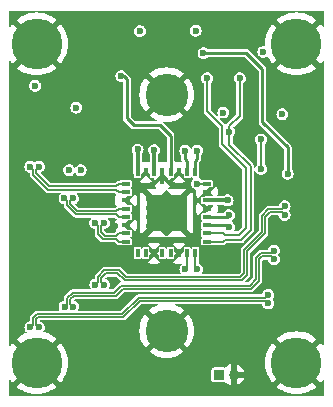
<source format=gtl>
%TF.GenerationSoftware,KiCad,Pcbnew,8.0.0-rc1*%
%TF.CreationDate,2025-03-12T12:31:09+03:00*%
%TF.ProjectId,IMX219_V2.0,494d5832-3139-45f5-9632-2e302e6b6963,rev?*%
%TF.SameCoordinates,Original*%
%TF.FileFunction,Copper,L1,Top*%
%TF.FilePolarity,Positive*%
%FSLAX46Y46*%
G04 Gerber Fmt 4.6, Leading zero omitted, Abs format (unit mm)*
G04 Created by KiCad (PCBNEW 8.0.0-rc1) date 2025-03-12 12:31:09*
%MOMM*%
%LPD*%
G01*
G04 APERTURE LIST*
%TA.AperFunction,ComponentPad*%
%ADD10C,4.300000*%
%TD*%
%TA.AperFunction,ComponentPad*%
%ADD11C,3.600000*%
%TD*%
%TA.AperFunction,SMDPad,CuDef*%
%ADD12R,0.350000X1.350000*%
%TD*%
%TA.AperFunction,SMDPad,CuDef*%
%ADD13R,0.350000X0.800000*%
%TD*%
%TA.AperFunction,SMDPad,CuDef*%
%ADD14R,0.800000X0.350000*%
%TD*%
%TA.AperFunction,ComponentPad*%
%ADD15C,0.700000*%
%TD*%
%TA.AperFunction,SMDPad,CuDef*%
%ADD16R,3.500000X3.050000*%
%TD*%
%TA.AperFunction,ComponentPad*%
%ADD17R,0.850000X0.850000*%
%TD*%
%TA.AperFunction,ComponentPad*%
%ADD18O,0.850000X0.850000*%
%TD*%
%TA.AperFunction,ViaPad*%
%ADD19C,0.600000*%
%TD*%
%TA.AperFunction,Conductor*%
%ADD20C,0.300000*%
%TD*%
%TA.AperFunction,Conductor*%
%ADD21C,0.321000*%
%TD*%
%TA.AperFunction,Conductor*%
%ADD22C,0.200000*%
%TD*%
%TA.AperFunction,Conductor*%
%ADD23C,0.145600*%
%TD*%
%TA.AperFunction,Conductor*%
%ADD24C,0.254000*%
%TD*%
G04 APERTURE END LIST*
D10*
X168090000Y-97490000D03*
D11*
X179090000Y-94790000D03*
X179090000Y-74790000D03*
D10*
X168090000Y-70490000D03*
D12*
X178735000Y-81645000D03*
D13*
X178035000Y-81365000D03*
X177335000Y-81365000D03*
X176635000Y-81365000D03*
D14*
X175660000Y-82340000D03*
X175660000Y-83040000D03*
X175660000Y-83740000D03*
X175660000Y-84440000D03*
X175660000Y-85140000D03*
X175660000Y-85840000D03*
X175660000Y-86540000D03*
X175660000Y-87240000D03*
D13*
X176635000Y-88215000D03*
X177335000Y-88215000D03*
X178035000Y-88215000D03*
X178735000Y-88215000D03*
X179435000Y-88215000D03*
X180135000Y-88215000D03*
X180835000Y-88215000D03*
X181535000Y-88215000D03*
D14*
X182510000Y-87240000D03*
X182510000Y-86540000D03*
X182510000Y-85840000D03*
X182510000Y-85140000D03*
X182510000Y-84440000D03*
X182510000Y-83740000D03*
X182510000Y-83040000D03*
X182510000Y-82340000D03*
D13*
X181535000Y-81365000D03*
X180835000Y-81365000D03*
X180135000Y-81365000D03*
X179435000Y-81365000D03*
D15*
X177710000Y-83630000D03*
X177710000Y-84390000D03*
X177710000Y-85190000D03*
X177710000Y-85950000D03*
X178600000Y-83630000D03*
X178600000Y-84390000D03*
X178600000Y-85190000D03*
X178600000Y-85950000D03*
D16*
X179090000Y-84790000D03*
D15*
X179580000Y-83630000D03*
X179580000Y-84390000D03*
X179580000Y-85190000D03*
X179580000Y-85950000D03*
X180470000Y-83630000D03*
X180470000Y-84390000D03*
X180470000Y-85190000D03*
X180470000Y-85950000D03*
D10*
X190090000Y-97490000D03*
X190090000Y-70490000D03*
D17*
X183515000Y-98515000D03*
D18*
X184765000Y-98515000D03*
D19*
X173290000Y-83690000D03*
X174690000Y-90590000D03*
X174690000Y-85890000D03*
X179240000Y-70320000D03*
X182110000Y-70320000D03*
X176830000Y-69410000D03*
X183900000Y-76310000D03*
X178035000Y-79485000D03*
X184270000Y-83740000D03*
X181560000Y-69370000D03*
X171820000Y-81180000D03*
X170850000Y-81180000D03*
X171450000Y-75890000D03*
X176640000Y-79430000D03*
X181690000Y-89590000D03*
X187280000Y-71180000D03*
X188900000Y-76450000D03*
X167970000Y-74050000D03*
X168278500Y-94490000D03*
X187690000Y-92468500D03*
X168278500Y-80890000D03*
X167551500Y-80890000D03*
X167551500Y-94490000D03*
X187690000Y-91741500D03*
X171179962Y-92745875D03*
X188190000Y-88718500D03*
X171178500Y-83562600D03*
X170451500Y-83562600D03*
X188190000Y-87991500D03*
X170452962Y-92743877D03*
X173790000Y-90890000D03*
X189090000Y-84968500D03*
X173778500Y-85662600D03*
X173051500Y-85662600D03*
X173062997Y-90890000D03*
X189090000Y-84241500D03*
X189350000Y-81480000D03*
X182220000Y-71270000D03*
X182530000Y-73410000D03*
X185300000Y-73400000D03*
X184400000Y-77930000D03*
X181670000Y-82340000D03*
X181690000Y-79530000D03*
X180680000Y-79540000D03*
X187090000Y-78590000D03*
X187090000Y-81090000D03*
X184370000Y-84990000D03*
X180680000Y-89590000D03*
X175260000Y-73220000D03*
X184370000Y-85990000D03*
D20*
X178035000Y-79485000D02*
X178035000Y-81365000D01*
D21*
X182510000Y-83740000D02*
X184270000Y-83740000D01*
D20*
X176635000Y-79435000D02*
X176635000Y-81365000D01*
D22*
X176640000Y-79430000D02*
X176635000Y-79435000D01*
X181690000Y-89590000D02*
X181535000Y-89435000D01*
X181535000Y-89435000D02*
X181535000Y-88215000D01*
D23*
X168051300Y-93821458D02*
X168246458Y-93626300D01*
X175446458Y-93626300D02*
X176831458Y-92241300D01*
X168246458Y-93626300D02*
X175446458Y-93626300D01*
X168278500Y-94490000D02*
X168051300Y-94262800D01*
X176831458Y-92241300D02*
X187462800Y-92241300D01*
X168051300Y-94262800D02*
X168051300Y-93821458D01*
X187462800Y-92241300D02*
X187690000Y-92468500D01*
X168051300Y-81117200D02*
X168051300Y-81458542D01*
X174846299Y-82553700D02*
X175059999Y-82340000D01*
X175059999Y-82340000D02*
X175660000Y-82340000D01*
X168278500Y-80890000D02*
X168051300Y-81117200D01*
X169146458Y-82553700D02*
X174846299Y-82553700D01*
X168051300Y-81458542D02*
X169146458Y-82553700D01*
X169033542Y-82826300D02*
X174846299Y-82826300D01*
X174846299Y-82826300D02*
X175059999Y-83040000D01*
X167551500Y-80890000D02*
X167778700Y-81117200D01*
X167778700Y-81117200D02*
X167778700Y-81571458D01*
X175059999Y-83040000D02*
X175660000Y-83040000D01*
X167778700Y-81571458D02*
X169033542Y-82826300D01*
X167778700Y-93708542D02*
X168133542Y-93353700D01*
X175333542Y-93353700D02*
X176718542Y-91968700D01*
X187462800Y-91968700D02*
X187690000Y-91741500D01*
X168133542Y-93353700D02*
X175333542Y-93353700D01*
X176718542Y-91968700D02*
X187462800Y-91968700D01*
X167551500Y-94490000D02*
X167778700Y-94262800D01*
X167778700Y-94262800D02*
X167778700Y-93708542D01*
X186246458Y-91226300D02*
X175373631Y-91226300D01*
X174773631Y-91826300D02*
X171246458Y-91826300D01*
X187962800Y-88491300D02*
X187181458Y-88491300D01*
X170951300Y-92121458D02*
X170951300Y-92517213D01*
X170951300Y-92517213D02*
X171179962Y-92745875D01*
X171246458Y-91826300D02*
X170951300Y-92121458D01*
X186926300Y-90546458D02*
X186246458Y-91226300D01*
X187181458Y-88491300D02*
X186926300Y-88746458D01*
X175373631Y-91226300D02*
X174773631Y-91826300D01*
X188190000Y-88718500D02*
X187962800Y-88491300D01*
X186926300Y-88746458D02*
X186926300Y-90546458D01*
X170951300Y-83789800D02*
X170951300Y-84058542D01*
X174846299Y-84653700D02*
X175059999Y-84440000D01*
X170951300Y-84058542D02*
X171546458Y-84653700D01*
X175059999Y-84440000D02*
X175660000Y-84440000D01*
X171178500Y-83562600D02*
X170951300Y-83789800D01*
X171546458Y-84653700D02*
X174846299Y-84653700D01*
X170678700Y-83789800D02*
X170678700Y-84171458D01*
X170678700Y-84171458D02*
X171433542Y-84926300D01*
X171433542Y-84926300D02*
X174846299Y-84926300D01*
X174846299Y-84926300D02*
X175059999Y-85140000D01*
X170451500Y-83562600D02*
X170678700Y-83789800D01*
X175059999Y-85140000D02*
X175660000Y-85140000D01*
X186653700Y-88633542D02*
X186653700Y-90433542D01*
X188190000Y-87991500D02*
X187962800Y-88218700D01*
X187962800Y-88218700D02*
X187068542Y-88218700D01*
X186133542Y-90953700D02*
X175260715Y-90953700D01*
X186653700Y-90433542D02*
X186133542Y-90953700D01*
X170678700Y-92008542D02*
X170678700Y-92518139D01*
X174660715Y-91553700D02*
X171133542Y-91553700D01*
X187068542Y-88218700D02*
X186653700Y-88633542D01*
X170678700Y-92518139D02*
X170452962Y-92743877D01*
X171133542Y-91553700D02*
X170678700Y-92008542D01*
X175260715Y-90953700D02*
X174660715Y-91553700D01*
X187426300Y-86546458D02*
X185926300Y-88046458D01*
X185926300Y-90046458D02*
X185446458Y-90526300D01*
X173946458Y-89926300D02*
X173551300Y-90321458D01*
X173551300Y-90321458D02*
X173551300Y-90651300D01*
X189090000Y-84968500D02*
X188862800Y-84741300D01*
X173551300Y-90651300D02*
X173790000Y-90890000D01*
X185446458Y-90526300D02*
X175533542Y-90526300D01*
X174933542Y-89926300D02*
X173946458Y-89926300D01*
X175533542Y-90526300D02*
X174933542Y-89926300D01*
X185926300Y-88046458D02*
X185926300Y-90046458D01*
X188862800Y-84741300D02*
X187831458Y-84741300D01*
X187426300Y-85146458D02*
X187426300Y-86546458D01*
X187831458Y-84741300D02*
X187426300Y-85146458D01*
X173846458Y-86753700D02*
X174846299Y-86753700D01*
X173778500Y-85662600D02*
X173551300Y-85889800D01*
X173551300Y-86458542D02*
X173846458Y-86753700D01*
X175059999Y-86540000D02*
X175660000Y-86540000D01*
X174846299Y-86753700D02*
X175059999Y-86540000D01*
X173551300Y-85889800D02*
X173551300Y-86458542D01*
X175059999Y-87240000D02*
X175660000Y-87240000D01*
X174846299Y-87026300D02*
X175059999Y-87240000D01*
X173733542Y-87026300D02*
X174846299Y-87026300D01*
X173278700Y-86571458D02*
X173733542Y-87026300D01*
X173051500Y-85662600D02*
X173278700Y-85889800D01*
X173278700Y-85889800D02*
X173278700Y-86571458D01*
X187718542Y-84468700D02*
X187153700Y-85033542D01*
X173833542Y-89653700D02*
X173278700Y-90208542D01*
X185653700Y-89933542D02*
X185333542Y-90253700D01*
X187153700Y-86433542D02*
X185653700Y-87933542D01*
X173278700Y-90208542D02*
X173278700Y-90674297D01*
X188862800Y-84468700D02*
X187718542Y-84468700D01*
X189090000Y-84241500D02*
X188862800Y-84468700D01*
X185653700Y-87933542D02*
X185653700Y-89933542D01*
X175046458Y-89653700D02*
X173833542Y-89653700D01*
X175646458Y-90253700D02*
X175046458Y-89653700D01*
X187153700Y-85033542D02*
X187153700Y-86433542D01*
X185333542Y-90253700D02*
X175646458Y-90253700D01*
X173278700Y-90674297D02*
X173062997Y-90890000D01*
D24*
X185860000Y-71270000D02*
X187210000Y-72620000D01*
X187210000Y-77100000D02*
X189350000Y-79240000D01*
X189350000Y-79240000D02*
X189350000Y-81480000D01*
X187210000Y-72620000D02*
X187210000Y-77100000D01*
X182220000Y-71270000D02*
X185860000Y-71270000D01*
D22*
X185240000Y-86680000D02*
X184010000Y-86680000D01*
X183870000Y-86540000D02*
X182510000Y-86540000D01*
X182530000Y-73410000D02*
X182530000Y-76170000D01*
X183800000Y-77440000D02*
X183800000Y-78985686D01*
X182530000Y-76170000D02*
X183800000Y-77440000D01*
X185810000Y-80995686D02*
X185810000Y-86110000D01*
X184010000Y-86680000D02*
X183870000Y-86540000D01*
X183800000Y-78985686D02*
X185810000Y-80995686D01*
X185810000Y-86110000D02*
X185240000Y-86680000D01*
X184400000Y-79020000D02*
X184400000Y-77930000D01*
X185300000Y-76560000D02*
X184400000Y-77460000D01*
X185300000Y-73400000D02*
X185300000Y-76560000D01*
X186210000Y-80830000D02*
X184400000Y-79020000D01*
X185395686Y-87090000D02*
X186210000Y-86275686D01*
X184000000Y-87090000D02*
X185395686Y-87090000D01*
X184400000Y-77460000D02*
X184400000Y-77930000D01*
X183850000Y-87240000D02*
X184000000Y-87090000D01*
X186210000Y-86275686D02*
X186210000Y-80830000D01*
X182510000Y-87240000D02*
X183850000Y-87240000D01*
X181670000Y-82340000D02*
X182510000Y-82340000D01*
D24*
X181690000Y-80250000D02*
X181690000Y-79530000D01*
X181535000Y-80405000D02*
X181690000Y-80250000D01*
X181535000Y-81365000D02*
X181535000Y-80405000D01*
X180680000Y-80270000D02*
X180680000Y-79540000D01*
X180835000Y-80425000D02*
X180680000Y-80270000D01*
X180835000Y-81365000D02*
X180835000Y-80425000D01*
D22*
X187090000Y-81090000D02*
X187090000Y-78590000D01*
D24*
X182510000Y-85140000D02*
X184220000Y-85140000D01*
X184220000Y-85140000D02*
X184370000Y-84990000D01*
D22*
X180835000Y-89435000D02*
X180835000Y-88215000D01*
X180680000Y-89590000D02*
X180835000Y-89435000D01*
D24*
X178540000Y-77360000D02*
X179435000Y-78255000D01*
X175750000Y-73510000D02*
X175750000Y-76800000D01*
X176310000Y-77360000D02*
X178540000Y-77360000D01*
X175260000Y-73220000D02*
X175460000Y-73220000D01*
X175750000Y-76800000D02*
X176310000Y-77360000D01*
X175460000Y-73220000D02*
X175750000Y-73510000D01*
X179435000Y-78255000D02*
X179435000Y-81365000D01*
X182510000Y-85840000D02*
X184220000Y-85840000D01*
X184220000Y-85840000D02*
X184370000Y-85990000D01*
%TA.AperFunction,Conductor*%
G36*
X174747446Y-85213952D02*
G01*
X174828307Y-85294812D01*
X174846456Y-85312961D01*
X174860808Y-85347609D01*
X174851035Y-85376973D01*
X174816648Y-85422909D01*
X174766401Y-85557626D01*
X174766401Y-85557627D01*
X174760000Y-85617165D01*
X174760000Y-86062834D01*
X174766401Y-86122372D01*
X174766401Y-86122373D01*
X174816648Y-86257091D01*
X174851034Y-86303024D01*
X174860309Y-86339362D01*
X174846456Y-86367037D01*
X174747446Y-86466048D01*
X174712798Y-86480400D01*
X173979958Y-86480400D01*
X173945310Y-86466048D01*
X173838952Y-86359689D01*
X173824600Y-86325041D01*
X173824600Y-86207374D01*
X173838952Y-86172726D01*
X173859793Y-86160359D01*
X173988553Y-86122553D01*
X174109628Y-86044743D01*
X174203877Y-85935973D01*
X174263665Y-85805057D01*
X174263665Y-85805055D01*
X174263666Y-85805054D01*
X174284147Y-85662602D01*
X174284147Y-85662597D01*
X174263666Y-85520145D01*
X174249899Y-85490000D01*
X174203877Y-85389227D01*
X174188683Y-85371692D01*
X174109829Y-85280688D01*
X174097986Y-85245104D01*
X174114773Y-85211568D01*
X174146861Y-85199600D01*
X174712798Y-85199600D01*
X174747446Y-85213952D01*
G37*
%TD.AperFunction*%
%TA.AperFunction,Conductor*%
G36*
X174747446Y-83113952D02*
G01*
X174828307Y-83194812D01*
X174846456Y-83212961D01*
X174860808Y-83247609D01*
X174851035Y-83276973D01*
X174816648Y-83322909D01*
X174766401Y-83457626D01*
X174766401Y-83457627D01*
X174760000Y-83517165D01*
X174760000Y-83962834D01*
X174766401Y-84022372D01*
X174766401Y-84022373D01*
X174816648Y-84157091D01*
X174851034Y-84203024D01*
X174860309Y-84239362D01*
X174846456Y-84267037D01*
X174747446Y-84366048D01*
X174712798Y-84380400D01*
X171679958Y-84380400D01*
X171645310Y-84366048D01*
X171378745Y-84099482D01*
X171364393Y-84064834D01*
X171378745Y-84030186D01*
X171386902Y-84023612D01*
X171388547Y-84022554D01*
X171388553Y-84022553D01*
X171509628Y-83944743D01*
X171603877Y-83835973D01*
X171663665Y-83705057D01*
X171663665Y-83705055D01*
X171663666Y-83705054D01*
X171684147Y-83562602D01*
X171684147Y-83562597D01*
X171663666Y-83420145D01*
X171637152Y-83362089D01*
X171603877Y-83289227D01*
X171603874Y-83289223D01*
X171509829Y-83180688D01*
X171497986Y-83145104D01*
X171514773Y-83111568D01*
X171546861Y-83099600D01*
X174712798Y-83099600D01*
X174747446Y-83113952D01*
G37*
%TD.AperFunction*%
%TA.AperFunction,Conductor*%
G36*
X177460000Y-85140272D02*
G01*
X177460000Y-85239728D01*
X177498059Y-85331612D01*
X177391095Y-85224648D01*
X177376743Y-85190000D01*
X177391095Y-85155352D01*
X177498059Y-85048387D01*
X177460000Y-85140272D01*
G37*
%TD.AperFunction*%
%TA.AperFunction,Conductor*%
G36*
X177460000Y-84340272D02*
G01*
X177460000Y-84439728D01*
X177498059Y-84531612D01*
X177391095Y-84424648D01*
X177376743Y-84390000D01*
X177391095Y-84355352D01*
X177498059Y-84248387D01*
X177460000Y-84340272D01*
G37*
%TD.AperFunction*%
%TA.AperFunction,Conductor*%
G36*
X180788905Y-85155352D02*
G01*
X180803257Y-85190000D01*
X180788905Y-85224648D01*
X180681940Y-85331612D01*
X180720000Y-85239728D01*
X180720000Y-85140272D01*
X180681940Y-85048387D01*
X180788905Y-85155352D01*
G37*
%TD.AperFunction*%
%TA.AperFunction,Conductor*%
G36*
X180788905Y-84355352D02*
G01*
X180803257Y-84390000D01*
X180788905Y-84424648D01*
X180681940Y-84531612D01*
X180720000Y-84439728D01*
X180720000Y-84340272D01*
X180681940Y-84248387D01*
X180788905Y-84355352D01*
G37*
%TD.AperFunction*%
%TA.AperFunction,Conductor*%
G36*
X192375648Y-67704352D02*
G01*
X192390000Y-67739000D01*
X192390000Y-68996513D01*
X192375648Y-69031161D01*
X192341000Y-69045513D01*
X192306352Y-69031161D01*
X192299067Y-69021863D01*
X192274893Y-68981875D01*
X192274892Y-68981874D01*
X192132906Y-68800645D01*
X191420046Y-69513505D01*
X191348549Y-69415097D01*
X191164903Y-69231451D01*
X191066492Y-69159952D01*
X191779353Y-68447092D01*
X191779353Y-68447091D01*
X191598125Y-68305107D01*
X191598124Y-68305106D01*
X191323767Y-68139252D01*
X191031432Y-68007682D01*
X191031410Y-68007674D01*
X190725361Y-67912305D01*
X190725335Y-67912299D01*
X190410018Y-67854515D01*
X190410006Y-67854513D01*
X190090000Y-67835156D01*
X189769993Y-67854513D01*
X189769981Y-67854515D01*
X189454664Y-67912299D01*
X189454638Y-67912305D01*
X189148589Y-68007674D01*
X189148567Y-68007682D01*
X188856232Y-68139252D01*
X188581875Y-68305106D01*
X188581874Y-68305107D01*
X188400645Y-68447091D01*
X188400645Y-68447092D01*
X189113505Y-69159952D01*
X189015097Y-69231451D01*
X188831451Y-69415097D01*
X188759952Y-69513505D01*
X188047092Y-68800645D01*
X188047091Y-68800645D01*
X187905107Y-68981874D01*
X187905106Y-68981875D01*
X187739252Y-69256232D01*
X187607682Y-69548567D01*
X187607674Y-69548589D01*
X187512305Y-69854638D01*
X187512299Y-69854664D01*
X187454515Y-70169981D01*
X187454513Y-70169993D01*
X187435156Y-70490000D01*
X187444118Y-70638171D01*
X187431884Y-70673622D01*
X187398165Y-70690040D01*
X187381402Y-70688144D01*
X187351965Y-70679500D01*
X187351961Y-70679500D01*
X187208039Y-70679500D01*
X187208034Y-70679500D01*
X187069949Y-70720046D01*
X186948871Y-70797857D01*
X186854625Y-70906623D01*
X186854624Y-70906625D01*
X186794833Y-71037545D01*
X186774353Y-71179997D01*
X186774353Y-71180002D01*
X186794833Y-71322454D01*
X186809600Y-71354788D01*
X186854623Y-71453373D01*
X186854624Y-71453374D01*
X186854625Y-71453376D01*
X186932610Y-71543376D01*
X186948872Y-71562143D01*
X187069947Y-71639953D01*
X187146785Y-71662514D01*
X187208034Y-71680499D01*
X187208037Y-71680499D01*
X187208039Y-71680500D01*
X187208040Y-71680500D01*
X187351960Y-71680500D01*
X187351961Y-71680500D01*
X187351963Y-71680499D01*
X187351965Y-71680499D01*
X187372480Y-71674475D01*
X187490053Y-71639953D01*
X187583328Y-71580009D01*
X187606249Y-71565279D01*
X187643156Y-71558620D01*
X187673961Y-71580009D01*
X187677423Y-71586390D01*
X187739251Y-71723766D01*
X187739256Y-71723775D01*
X187905106Y-71998124D01*
X187905107Y-71998125D01*
X188047092Y-72179353D01*
X188759952Y-71466493D01*
X188831451Y-71564903D01*
X189015097Y-71748549D01*
X189113505Y-71820046D01*
X188400645Y-72532906D01*
X188400645Y-72532907D01*
X188581874Y-72674892D01*
X188581875Y-72674893D01*
X188856232Y-72840747D01*
X189148567Y-72972317D01*
X189148589Y-72972325D01*
X189454638Y-73067694D01*
X189454664Y-73067700D01*
X189769981Y-73125484D01*
X189769993Y-73125486D01*
X190090000Y-73144843D01*
X190410006Y-73125486D01*
X190410018Y-73125484D01*
X190725335Y-73067700D01*
X190725361Y-73067694D01*
X191031410Y-72972325D01*
X191031432Y-72972317D01*
X191323767Y-72840747D01*
X191598124Y-72674893D01*
X191598125Y-72674892D01*
X191779353Y-72532907D01*
X191779353Y-72532906D01*
X191066494Y-71820047D01*
X191164903Y-71748549D01*
X191348549Y-71564903D01*
X191420047Y-71466494D01*
X192132906Y-72179353D01*
X192132907Y-72179353D01*
X192274892Y-71998125D01*
X192274893Y-71998124D01*
X192299067Y-71958136D01*
X192329274Y-71935910D01*
X192366350Y-71941553D01*
X192388576Y-71971760D01*
X192390000Y-71983486D01*
X192390000Y-95996513D01*
X192375648Y-96031161D01*
X192341000Y-96045513D01*
X192306352Y-96031161D01*
X192299067Y-96021863D01*
X192274893Y-95981875D01*
X192274892Y-95981874D01*
X192132906Y-95800645D01*
X191420046Y-96513505D01*
X191348549Y-96415097D01*
X191164903Y-96231451D01*
X191066492Y-96159952D01*
X191779353Y-95447092D01*
X191779353Y-95447091D01*
X191598125Y-95305107D01*
X191598124Y-95305106D01*
X191323767Y-95139252D01*
X191031432Y-95007682D01*
X191031410Y-95007674D01*
X190725361Y-94912305D01*
X190725335Y-94912299D01*
X190410018Y-94854515D01*
X190410006Y-94854513D01*
X190090000Y-94835156D01*
X189769993Y-94854513D01*
X189769981Y-94854515D01*
X189454664Y-94912299D01*
X189454638Y-94912305D01*
X189148589Y-95007674D01*
X189148567Y-95007682D01*
X188856232Y-95139252D01*
X188581875Y-95305106D01*
X188581874Y-95305107D01*
X188400645Y-95447091D01*
X188400645Y-95447092D01*
X189113505Y-96159952D01*
X189015097Y-96231451D01*
X188831451Y-96415097D01*
X188759952Y-96513505D01*
X188047092Y-95800645D01*
X188047091Y-95800645D01*
X187905107Y-95981874D01*
X187905106Y-95981875D01*
X187739252Y-96256232D01*
X187607682Y-96548567D01*
X187607674Y-96548589D01*
X187512305Y-96854638D01*
X187512299Y-96854664D01*
X187454515Y-97169981D01*
X187454513Y-97169993D01*
X187435156Y-97490000D01*
X187454513Y-97810006D01*
X187454515Y-97810018D01*
X187512299Y-98125335D01*
X187512305Y-98125361D01*
X187607674Y-98431410D01*
X187607682Y-98431432D01*
X187739252Y-98723767D01*
X187905106Y-98998124D01*
X187905107Y-98998125D01*
X188047092Y-99179353D01*
X188759952Y-98466493D01*
X188831451Y-98564903D01*
X189015097Y-98748549D01*
X189113505Y-98820046D01*
X188400645Y-99532906D01*
X188400645Y-99532907D01*
X188581874Y-99674892D01*
X188581875Y-99674893D01*
X188856232Y-99840747D01*
X189148567Y-99972317D01*
X189148589Y-99972325D01*
X189454638Y-100067694D01*
X189454664Y-100067700D01*
X189769981Y-100125484D01*
X189769993Y-100125486D01*
X190090000Y-100144843D01*
X190410006Y-100125486D01*
X190410018Y-100125484D01*
X190725335Y-100067700D01*
X190725361Y-100067694D01*
X191031410Y-99972325D01*
X191031432Y-99972317D01*
X191323767Y-99840747D01*
X191598124Y-99674893D01*
X191598125Y-99674892D01*
X191779353Y-99532907D01*
X191779353Y-99532906D01*
X191066494Y-98820047D01*
X191164903Y-98748549D01*
X191348549Y-98564903D01*
X191420047Y-98466494D01*
X192132906Y-99179353D01*
X192132907Y-99179353D01*
X192274892Y-98998125D01*
X192274893Y-98998124D01*
X192299067Y-98958136D01*
X192329274Y-98935910D01*
X192366350Y-98941553D01*
X192388576Y-98971760D01*
X192390000Y-98983486D01*
X192390000Y-100241000D01*
X192375648Y-100275648D01*
X192341000Y-100290000D01*
X165839000Y-100290000D01*
X165804352Y-100275648D01*
X165790000Y-100241000D01*
X165790000Y-98983486D01*
X165804352Y-98948838D01*
X165839000Y-98934486D01*
X165873648Y-98948838D01*
X165880933Y-98958136D01*
X165905106Y-98998124D01*
X165905107Y-98998125D01*
X166047092Y-99179353D01*
X166759952Y-98466493D01*
X166831451Y-98564903D01*
X167015097Y-98748549D01*
X167113505Y-98820046D01*
X166400645Y-99532906D01*
X166400645Y-99532907D01*
X166581874Y-99674892D01*
X166581875Y-99674893D01*
X166856232Y-99840747D01*
X167148567Y-99972317D01*
X167148589Y-99972325D01*
X167454638Y-100067694D01*
X167454664Y-100067700D01*
X167769981Y-100125484D01*
X167769993Y-100125486D01*
X168090000Y-100144843D01*
X168410006Y-100125486D01*
X168410018Y-100125484D01*
X168725335Y-100067700D01*
X168725361Y-100067694D01*
X169031410Y-99972325D01*
X169031432Y-99972317D01*
X169323767Y-99840747D01*
X169598124Y-99674893D01*
X169598125Y-99674892D01*
X169779353Y-99532907D01*
X169779353Y-99532906D01*
X169066494Y-98820047D01*
X169164903Y-98748549D01*
X169348549Y-98564903D01*
X169420047Y-98466494D01*
X170132906Y-99179353D01*
X170132907Y-99179353D01*
X170274892Y-98998125D01*
X170274893Y-98998124D01*
X170298092Y-98959748D01*
X182889500Y-98959748D01*
X182901133Y-99018231D01*
X182901724Y-99019115D01*
X182945447Y-99084552D01*
X182967626Y-99099371D01*
X183011769Y-99128867D01*
X183070252Y-99140500D01*
X183070255Y-99140500D01*
X183959745Y-99140500D01*
X183959748Y-99140500D01*
X184018231Y-99128867D01*
X184018233Y-99128865D01*
X184022690Y-99127020D01*
X184023248Y-99128367D01*
X184053945Y-99122252D01*
X184080813Y-99137525D01*
X184142642Y-99206192D01*
X184299952Y-99320485D01*
X184477588Y-99399573D01*
X184477586Y-99399573D01*
X184514999Y-99407524D01*
X184515000Y-99407524D01*
X184515000Y-98681988D01*
X184524940Y-98699205D01*
X184580795Y-98755060D01*
X184649204Y-98794556D01*
X184725504Y-98815000D01*
X184804496Y-98815000D01*
X184880796Y-98794556D01*
X184931988Y-98765000D01*
X185015000Y-98765000D01*
X185015000Y-99407524D01*
X185052412Y-99399573D01*
X185230047Y-99320485D01*
X185387360Y-99206190D01*
X185517459Y-99061699D01*
X185517465Y-99061691D01*
X185614681Y-98893307D01*
X185614683Y-98893304D01*
X185656372Y-98765000D01*
X185015000Y-98765000D01*
X184931988Y-98765000D01*
X184949205Y-98755060D01*
X185005060Y-98699205D01*
X185044556Y-98630796D01*
X185065000Y-98554496D01*
X185065000Y-98475504D01*
X185044556Y-98399204D01*
X185005060Y-98330795D01*
X184949205Y-98274940D01*
X184880796Y-98235444D01*
X184804496Y-98215000D01*
X184725504Y-98215000D01*
X184649204Y-98235444D01*
X184580795Y-98274940D01*
X184524940Y-98330795D01*
X184515000Y-98348011D01*
X184515000Y-97622473D01*
X185015000Y-97622473D01*
X185015000Y-98265000D01*
X185656371Y-98265000D01*
X185614683Y-98136695D01*
X185614681Y-98136692D01*
X185517465Y-97968308D01*
X185517459Y-97968300D01*
X185387360Y-97823809D01*
X185230047Y-97709514D01*
X185052417Y-97630428D01*
X185052407Y-97630425D01*
X185015000Y-97622473D01*
X184515000Y-97622473D01*
X184514999Y-97622473D01*
X184477592Y-97630425D01*
X184477582Y-97630428D01*
X184299953Y-97709514D01*
X184142642Y-97823807D01*
X184080813Y-97892474D01*
X184046963Y-97908619D01*
X184023072Y-97902050D01*
X184022688Y-97902979D01*
X184018234Y-97901134D01*
X184018231Y-97901133D01*
X183959748Y-97889500D01*
X183070252Y-97889500D01*
X183011769Y-97901133D01*
X182945447Y-97945447D01*
X182901133Y-98011769D01*
X182889500Y-98070252D01*
X182889500Y-98959748D01*
X170298092Y-98959748D01*
X170440747Y-98723767D01*
X170572317Y-98431432D01*
X170572325Y-98431410D01*
X170667694Y-98125361D01*
X170667700Y-98125335D01*
X170725484Y-97810018D01*
X170725486Y-97810006D01*
X170744843Y-97490000D01*
X170725486Y-97169993D01*
X170725484Y-97169981D01*
X170667700Y-96854664D01*
X170667694Y-96854638D01*
X170572325Y-96548589D01*
X170572317Y-96548567D01*
X170440747Y-96256232D01*
X170274893Y-95981875D01*
X170274892Y-95981874D01*
X170132906Y-95800645D01*
X169420046Y-96513505D01*
X169348549Y-96415097D01*
X169164903Y-96231451D01*
X169066492Y-96159952D01*
X169779353Y-95447092D01*
X169779353Y-95447091D01*
X169598125Y-95305107D01*
X169598124Y-95305106D01*
X169323767Y-95139252D01*
X169031432Y-95007682D01*
X169031410Y-95007674D01*
X168725361Y-94912305D01*
X168725340Y-94912300D01*
X168679824Y-94903958D01*
X168648331Y-94883595D01*
X168640461Y-94846927D01*
X168651625Y-94823674D01*
X168703877Y-94763373D01*
X168763665Y-94632457D01*
X168763665Y-94632455D01*
X168763666Y-94632454D01*
X168784147Y-94490002D01*
X168784147Y-94489997D01*
X168763666Y-94347545D01*
X168746596Y-94310167D01*
X168703877Y-94216627D01*
X168633023Y-94134857D01*
X168609628Y-94107857D01*
X168488553Y-94030047D01*
X168488550Y-94030046D01*
X168371289Y-93995615D01*
X168342088Y-93972083D01*
X168338079Y-93934795D01*
X168361611Y-93905594D01*
X168385094Y-93899600D01*
X175500820Y-93899600D01*
X175500821Y-93899600D01*
X175530241Y-93887413D01*
X175601270Y-93857993D01*
X176930311Y-92528952D01*
X176964959Y-92514600D01*
X178341011Y-92514600D01*
X178375659Y-92528952D01*
X178390011Y-92563600D01*
X178375659Y-92598248D01*
X178356762Y-92610000D01*
X178207941Y-92660517D01*
X177937532Y-92793868D01*
X177686843Y-92961371D01*
X177648528Y-92994973D01*
X177648527Y-92994974D01*
X178399873Y-93746320D01*
X178275680Y-93836554D01*
X178136554Y-93975680D01*
X178046320Y-94099873D01*
X177294974Y-93348527D01*
X177294973Y-93348528D01*
X177261371Y-93386843D01*
X177093868Y-93637532D01*
X176960517Y-93907941D01*
X176863602Y-94193444D01*
X176804783Y-94489151D01*
X176785065Y-94789999D01*
X176785065Y-94790000D01*
X176804783Y-95090848D01*
X176863602Y-95386555D01*
X176960518Y-95672060D01*
X177093868Y-95942468D01*
X177261371Y-96193156D01*
X177294973Y-96231470D01*
X177294974Y-96231471D01*
X178046320Y-95480125D01*
X178136554Y-95604320D01*
X178275680Y-95743446D01*
X178399873Y-95833678D01*
X177648527Y-96585024D01*
X177648528Y-96585025D01*
X177686844Y-96618628D01*
X177686843Y-96618628D01*
X177937531Y-96786131D01*
X178207939Y-96919481D01*
X178493444Y-97016397D01*
X178789151Y-97075216D01*
X179089999Y-97094935D01*
X179090001Y-97094935D01*
X179390848Y-97075216D01*
X179686555Y-97016397D01*
X179972060Y-96919481D01*
X180242468Y-96786131D01*
X180493155Y-96618628D01*
X180531470Y-96585025D01*
X180531471Y-96585024D01*
X179780126Y-95833679D01*
X179904320Y-95743446D01*
X180043446Y-95604320D01*
X180133679Y-95480126D01*
X180885024Y-96231471D01*
X180885025Y-96231470D01*
X180918628Y-96193155D01*
X181086131Y-95942468D01*
X181219481Y-95672060D01*
X181316397Y-95386555D01*
X181375216Y-95090848D01*
X181394935Y-94790000D01*
X181394935Y-94789999D01*
X181375216Y-94489151D01*
X181316397Y-94193444D01*
X181219482Y-93907941D01*
X181086131Y-93637532D01*
X180918628Y-93386843D01*
X180885025Y-93348528D01*
X180885024Y-93348527D01*
X180133678Y-94099873D01*
X180043446Y-93975680D01*
X179904320Y-93836554D01*
X179780124Y-93746320D01*
X180531471Y-92994974D01*
X180531470Y-92994973D01*
X180493155Y-92961371D01*
X180493156Y-92961371D01*
X180242468Y-92793868D01*
X179972060Y-92660518D01*
X179823237Y-92610000D01*
X179795041Y-92585272D01*
X179792588Y-92547849D01*
X179817316Y-92519653D01*
X179838988Y-92514600D01*
X187148523Y-92514600D01*
X187183171Y-92528952D01*
X187197023Y-92556625D01*
X187201142Y-92585272D01*
X187204835Y-92610957D01*
X187204835Y-92610958D01*
X187227469Y-92660518D01*
X187264623Y-92741873D01*
X187264624Y-92741874D01*
X187264625Y-92741876D01*
X187358871Y-92850642D01*
X187358872Y-92850643D01*
X187479947Y-92928453D01*
X187556785Y-92951014D01*
X187618034Y-92968999D01*
X187618037Y-92968999D01*
X187618039Y-92969000D01*
X187618040Y-92969000D01*
X187761960Y-92969000D01*
X187761961Y-92969000D01*
X187761963Y-92968999D01*
X187761965Y-92968999D01*
X187787943Y-92961371D01*
X187900053Y-92928453D01*
X188021128Y-92850643D01*
X188115377Y-92741873D01*
X188175165Y-92610957D01*
X188175165Y-92610955D01*
X188175166Y-92610954D01*
X188195647Y-92468502D01*
X188195647Y-92468497D01*
X188175166Y-92326045D01*
X188156842Y-92285922D01*
X188115377Y-92195127D01*
X188065085Y-92137087D01*
X188053243Y-92101505D01*
X188065086Y-92072912D01*
X188115377Y-92014873D01*
X188175165Y-91883957D01*
X188175165Y-91883955D01*
X188175166Y-91883954D01*
X188195647Y-91741502D01*
X188195647Y-91741497D01*
X188175166Y-91599045D01*
X188170751Y-91589379D01*
X188115377Y-91468127D01*
X188106594Y-91457991D01*
X188021128Y-91359357D01*
X187900053Y-91281547D01*
X187896147Y-91280400D01*
X187761965Y-91241000D01*
X187761961Y-91241000D01*
X187618039Y-91241000D01*
X187618034Y-91241000D01*
X187479949Y-91281546D01*
X187479947Y-91281546D01*
X187479947Y-91281547D01*
X187462770Y-91292586D01*
X187358871Y-91359357D01*
X187264625Y-91468123D01*
X187264624Y-91468125D01*
X187204835Y-91599041D01*
X187204835Y-91599042D01*
X187197024Y-91653373D01*
X187177888Y-91685626D01*
X187148523Y-91695400D01*
X176664179Y-91695400D01*
X176634758Y-91707585D01*
X176634758Y-91707586D01*
X176563730Y-91737007D01*
X176563728Y-91737008D01*
X176563727Y-91737008D01*
X175234689Y-93066048D01*
X175200041Y-93080400D01*
X171653657Y-93080400D01*
X171619009Y-93066048D01*
X171604657Y-93031400D01*
X171609084Y-93011046D01*
X171665127Y-92888332D01*
X171665127Y-92888330D01*
X171665128Y-92888329D01*
X171685609Y-92745877D01*
X171685609Y-92745872D01*
X171665128Y-92603420D01*
X171656840Y-92585272D01*
X171605339Y-92472502D01*
X171603604Y-92470500D01*
X171511090Y-92363732D01*
X171507981Y-92361734D01*
X171390015Y-92285922D01*
X171390012Y-92285921D01*
X171301760Y-92260007D01*
X171272559Y-92236475D01*
X171268550Y-92199187D01*
X171280914Y-92178347D01*
X171345311Y-92113950D01*
X171379958Y-92099600D01*
X174827992Y-92099600D01*
X174827993Y-92099600D01*
X174827994Y-92099600D01*
X174859965Y-92086357D01*
X174928443Y-92057993D01*
X175472484Y-91513952D01*
X175507132Y-91499600D01*
X186300820Y-91499600D01*
X186300821Y-91499600D01*
X186330241Y-91487413D01*
X186401270Y-91457993D01*
X186401271Y-91457991D01*
X186401273Y-91457991D01*
X187157991Y-90701273D01*
X187157991Y-90701271D01*
X187157993Y-90701270D01*
X187187413Y-90630241D01*
X187199600Y-90600821D01*
X187199600Y-88879959D01*
X187213952Y-88845311D01*
X187280311Y-88778952D01*
X187314959Y-88764600D01*
X187648523Y-88764600D01*
X187683171Y-88778952D01*
X187697023Y-88806625D01*
X187704835Y-88860957D01*
X187764623Y-88991873D01*
X187764624Y-88991874D01*
X187764625Y-88991876D01*
X187822226Y-89058351D01*
X187858872Y-89100643D01*
X187979947Y-89178453D01*
X188048726Y-89198648D01*
X188118034Y-89218999D01*
X188118037Y-89218999D01*
X188118039Y-89219000D01*
X188118040Y-89219000D01*
X188261960Y-89219000D01*
X188261961Y-89219000D01*
X188261963Y-89218999D01*
X188261965Y-89218999D01*
X188299911Y-89207857D01*
X188400053Y-89178453D01*
X188521128Y-89100643D01*
X188615377Y-88991873D01*
X188675165Y-88860957D01*
X188675165Y-88860955D01*
X188675166Y-88860954D01*
X188695647Y-88718502D01*
X188695647Y-88718497D01*
X188675166Y-88576045D01*
X188647180Y-88514765D01*
X188615377Y-88445127D01*
X188565085Y-88387087D01*
X188553243Y-88351505D01*
X188565086Y-88322912D01*
X188615374Y-88264876D01*
X188615377Y-88264873D01*
X188675165Y-88133957D01*
X188675165Y-88133955D01*
X188675166Y-88133954D01*
X188695647Y-87991502D01*
X188695647Y-87991497D01*
X188675165Y-87849044D01*
X188675165Y-87849042D01*
X188652601Y-87799635D01*
X188615377Y-87718127D01*
X188595248Y-87694897D01*
X188521128Y-87609357D01*
X188400053Y-87531547D01*
X188400050Y-87531546D01*
X188261965Y-87491000D01*
X188261961Y-87491000D01*
X188118039Y-87491000D01*
X188118034Y-87491000D01*
X187979949Y-87531546D01*
X187979947Y-87531546D01*
X187979947Y-87531547D01*
X187962904Y-87542500D01*
X187858871Y-87609357D01*
X187764625Y-87718123D01*
X187764624Y-87718125D01*
X187704835Y-87849041D01*
X187704835Y-87849042D01*
X187704835Y-87849043D01*
X187700503Y-87879177D01*
X187697024Y-87903373D01*
X187677888Y-87935626D01*
X187648523Y-87945400D01*
X187014177Y-87945400D01*
X186974951Y-87961648D01*
X186955337Y-87969773D01*
X186913729Y-87987007D01*
X186422007Y-88478729D01*
X186407081Y-88514765D01*
X186407081Y-88514766D01*
X186380400Y-88579177D01*
X186380400Y-90300041D01*
X186366048Y-90334689D01*
X186034689Y-90666048D01*
X186000041Y-90680400D01*
X185797159Y-90680400D01*
X185762511Y-90666048D01*
X185748159Y-90631400D01*
X185762511Y-90596752D01*
X186157991Y-90201272D01*
X186157993Y-90201270D01*
X186199600Y-90100820D01*
X186199600Y-89992096D01*
X186199600Y-88179958D01*
X186213952Y-88145310D01*
X187657989Y-86701273D01*
X187657992Y-86701270D01*
X187662563Y-86690234D01*
X187699600Y-86600821D01*
X187699600Y-85279959D01*
X187713952Y-85245311D01*
X187930311Y-85028952D01*
X187964959Y-85014600D01*
X188548523Y-85014600D01*
X188583171Y-85028952D01*
X188597023Y-85056625D01*
X188604835Y-85110957D01*
X188664623Y-85241873D01*
X188664624Y-85241874D01*
X188664625Y-85241876D01*
X188738869Y-85327558D01*
X188758872Y-85350643D01*
X188879947Y-85428453D01*
X188953170Y-85449953D01*
X189018034Y-85468999D01*
X189018037Y-85468999D01*
X189018039Y-85469000D01*
X189018040Y-85469000D01*
X189161960Y-85469000D01*
X189161961Y-85469000D01*
X189161963Y-85468999D01*
X189161965Y-85468999D01*
X189184795Y-85462295D01*
X189300053Y-85428453D01*
X189421128Y-85350643D01*
X189515377Y-85241873D01*
X189575165Y-85110957D01*
X189575165Y-85110955D01*
X189575166Y-85110954D01*
X189595647Y-84968502D01*
X189595647Y-84968497D01*
X189575166Y-84826045D01*
X189567569Y-84809411D01*
X189515377Y-84695127D01*
X189465085Y-84637087D01*
X189453243Y-84601505D01*
X189465086Y-84572912D01*
X189500871Y-84531614D01*
X189515377Y-84514873D01*
X189575165Y-84383957D01*
X189575165Y-84383955D01*
X189575166Y-84383954D01*
X189595647Y-84241500D01*
X189595647Y-84241497D01*
X189575166Y-84099045D01*
X189557498Y-84060359D01*
X189515377Y-83968127D01*
X189512449Y-83964748D01*
X189421128Y-83859357D01*
X189300053Y-83781547D01*
X189300050Y-83781546D01*
X189161965Y-83741000D01*
X189161961Y-83741000D01*
X189018039Y-83741000D01*
X189018034Y-83741000D01*
X188879949Y-83781546D01*
X188758871Y-83859357D01*
X188664625Y-83968123D01*
X188664624Y-83968125D01*
X188604835Y-84099041D01*
X188604835Y-84099042D01*
X188604835Y-84099043D01*
X188598243Y-84144897D01*
X188597024Y-84153373D01*
X188577888Y-84185626D01*
X188548523Y-84195400D01*
X187664177Y-84195400D01*
X187620835Y-84213354D01*
X187620834Y-84213354D01*
X187563729Y-84237007D01*
X186922008Y-84878728D01*
X186897080Y-84938910D01*
X186880400Y-84979177D01*
X186880400Y-86300040D01*
X186866048Y-86334688D01*
X185422007Y-87778729D01*
X185392883Y-87849042D01*
X185392883Y-87849043D01*
X185380400Y-87879177D01*
X185380400Y-89800041D01*
X185366048Y-89834689D01*
X185234689Y-89966048D01*
X185200041Y-89980400D01*
X182121268Y-89980400D01*
X182086620Y-89966048D01*
X182072268Y-89931400D01*
X182084236Y-89899312D01*
X182115374Y-89863376D01*
X182115377Y-89863373D01*
X182175165Y-89732457D01*
X182175165Y-89732455D01*
X182175166Y-89732454D01*
X182195647Y-89590002D01*
X182195647Y-89589997D01*
X182175166Y-89447545D01*
X182162098Y-89418931D01*
X182115377Y-89316627D01*
X182021128Y-89207857D01*
X181900053Y-89130047D01*
X181900050Y-89130045D01*
X181870695Y-89121426D01*
X181841494Y-89097894D01*
X181835500Y-89074411D01*
X181835500Y-88642437D01*
X181836442Y-88632875D01*
X181837500Y-88627557D01*
X181837500Y-87802442D01*
X181837499Y-87802438D01*
X181836941Y-87799635D01*
X181830102Y-87765252D01*
X181816012Y-87744165D01*
X181801922Y-87723077D01*
X181770361Y-87701990D01*
X181759748Y-87694898D01*
X181759747Y-87694897D01*
X181759746Y-87694897D01*
X181722561Y-87687500D01*
X181722558Y-87687500D01*
X181347442Y-87687500D01*
X181347438Y-87687500D01*
X181310253Y-87694897D01*
X181268077Y-87723077D01*
X181239897Y-87765253D01*
X181233058Y-87799635D01*
X181212223Y-87830817D01*
X181175440Y-87838133D01*
X181144258Y-87817298D01*
X181136942Y-87799635D01*
X181130102Y-87765253D01*
X181130102Y-87765252D01*
X181116012Y-87744165D01*
X181101922Y-87723077D01*
X181070361Y-87701990D01*
X181059748Y-87694898D01*
X181059747Y-87694897D01*
X181059746Y-87694897D01*
X181022561Y-87687500D01*
X181022558Y-87687500D01*
X180647442Y-87687500D01*
X180647438Y-87687500D01*
X180610253Y-87694897D01*
X180568077Y-87723077D01*
X180539897Y-87765253D01*
X180532500Y-87802438D01*
X180532500Y-88044691D01*
X180518148Y-88079339D01*
X179615670Y-88981816D01*
X179717908Y-89058351D01*
X179852626Y-89108598D01*
X179912166Y-89115000D01*
X180326481Y-89115000D01*
X180361129Y-89129352D01*
X180375481Y-89164000D01*
X180361129Y-89198648D01*
X180352972Y-89205222D01*
X180348871Y-89207857D01*
X180254625Y-89316623D01*
X180254624Y-89316625D01*
X180194833Y-89447545D01*
X180174353Y-89589997D01*
X180174353Y-89590002D01*
X180194833Y-89732454D01*
X180225700Y-89800041D01*
X180254623Y-89863373D01*
X180254624Y-89863374D01*
X180254625Y-89863376D01*
X180285764Y-89899312D01*
X180297607Y-89934895D01*
X180280820Y-89968432D01*
X180248732Y-89980400D01*
X175779959Y-89980400D01*
X175745311Y-89966048D01*
X175201272Y-89422008D01*
X175201270Y-89422007D01*
X175130241Y-89392586D01*
X175106099Y-89382586D01*
X175100822Y-89380400D01*
X175100821Y-89380400D01*
X173779179Y-89380400D01*
X173749758Y-89392585D01*
X173749758Y-89392586D01*
X173678730Y-89422007D01*
X173678728Y-89422008D01*
X173047007Y-90053729D01*
X173027502Y-90100820D01*
X173027502Y-90100821D01*
X173005400Y-90154177D01*
X173005400Y-90348600D01*
X172991048Y-90383248D01*
X172970205Y-90395615D01*
X172852946Y-90430046D01*
X172731868Y-90507857D01*
X172637622Y-90616623D01*
X172637621Y-90616625D01*
X172577830Y-90747545D01*
X172557350Y-90889997D01*
X172557350Y-90890002D01*
X172577830Y-91032454D01*
X172609932Y-91102746D01*
X172637620Y-91163373D01*
X172637621Y-91163374D01*
X172637622Y-91163376D01*
X172668761Y-91199312D01*
X172680604Y-91234895D01*
X172663817Y-91268432D01*
X172631729Y-91280400D01*
X171079179Y-91280400D01*
X171049758Y-91292585D01*
X171049758Y-91292586D01*
X170978730Y-91322007D01*
X170978728Y-91322008D01*
X170447007Y-91853729D01*
X170421903Y-91914337D01*
X170421903Y-91914338D01*
X170405400Y-91954177D01*
X170405400Y-92199531D01*
X170391048Y-92234179D01*
X170370205Y-92246546D01*
X170242911Y-92283923D01*
X170121833Y-92361734D01*
X170027587Y-92470500D01*
X170027586Y-92470502D01*
X170027585Y-92470503D01*
X170027585Y-92470504D01*
X170026673Y-92472502D01*
X169967795Y-92601422D01*
X169947315Y-92743874D01*
X169947315Y-92743879D01*
X169967795Y-92886331D01*
X170024751Y-93011044D01*
X170026090Y-93048523D01*
X170000535Y-93075972D01*
X169980179Y-93080400D01*
X168079177Y-93080400D01*
X167978728Y-93122009D01*
X167978726Y-93122010D01*
X167547008Y-93553727D01*
X167547007Y-93553729D01*
X167532081Y-93589765D01*
X167532081Y-93589766D01*
X167505400Y-93654177D01*
X167505400Y-93945225D01*
X167491048Y-93979873D01*
X167470205Y-93992240D01*
X167341449Y-94030046D01*
X167220371Y-94107857D01*
X167126125Y-94216623D01*
X167126124Y-94216625D01*
X167066333Y-94347545D01*
X167045853Y-94489997D01*
X167045853Y-94490002D01*
X167066333Y-94632454D01*
X167098435Y-94702746D01*
X167126123Y-94763373D01*
X167126124Y-94763374D01*
X167126125Y-94763376D01*
X167220372Y-94872144D01*
X167220374Y-94872146D01*
X167250627Y-94891588D01*
X167272016Y-94922393D01*
X167265357Y-94959300D01*
X167238714Y-94979590D01*
X167148590Y-95007674D01*
X167148567Y-95007682D01*
X166856232Y-95139252D01*
X166581875Y-95305106D01*
X166581874Y-95305107D01*
X166400645Y-95447091D01*
X166400645Y-95447092D01*
X167113505Y-96159952D01*
X167015097Y-96231451D01*
X166831451Y-96415097D01*
X166759953Y-96513505D01*
X166047092Y-95800645D01*
X166047091Y-95800645D01*
X165905107Y-95981874D01*
X165905106Y-95981875D01*
X165880933Y-96021863D01*
X165850726Y-96044089D01*
X165813650Y-96038446D01*
X165791424Y-96008239D01*
X165790000Y-95996513D01*
X165790000Y-88981816D01*
X177515670Y-88981816D01*
X177617908Y-89058351D01*
X177752626Y-89108598D01*
X177812166Y-89115000D01*
X178257834Y-89115000D01*
X178317372Y-89108598D01*
X178317373Y-89108598D01*
X178452091Y-89058351D01*
X178554327Y-88981816D01*
X178554328Y-88981815D01*
X178035001Y-88462487D01*
X178035000Y-88462487D01*
X177515670Y-88981816D01*
X165790000Y-88981816D01*
X165790000Y-88627561D01*
X176332500Y-88627561D01*
X176339897Y-88664746D01*
X176368077Y-88706922D01*
X176389165Y-88721012D01*
X176410252Y-88735102D01*
X176447442Y-88742500D01*
X176822558Y-88742500D01*
X176859748Y-88735102D01*
X176901922Y-88706922D01*
X176930102Y-88664748D01*
X176936942Y-88630364D01*
X176957777Y-88599182D01*
X176994560Y-88591866D01*
X177025742Y-88612701D01*
X177033058Y-88630364D01*
X177039897Y-88664746D01*
X177068077Y-88706922D01*
X177089165Y-88721012D01*
X177110252Y-88735102D01*
X177147442Y-88742500D01*
X177522558Y-88742500D01*
X177559748Y-88735102D01*
X177601922Y-88706922D01*
X177630102Y-88664748D01*
X177637500Y-88627558D01*
X177637500Y-88385309D01*
X177651852Y-88350661D01*
X177787513Y-88215000D01*
X178282487Y-88215000D01*
X178418148Y-88350661D01*
X178432500Y-88385309D01*
X178432500Y-88627561D01*
X178439897Y-88664746D01*
X178468077Y-88706922D01*
X178489165Y-88721012D01*
X178510252Y-88735102D01*
X178547442Y-88742500D01*
X178922558Y-88742500D01*
X178959748Y-88735102D01*
X179001922Y-88706922D01*
X179030102Y-88664748D01*
X179036942Y-88630364D01*
X179057777Y-88599182D01*
X179094560Y-88591866D01*
X179125742Y-88612701D01*
X179133058Y-88630364D01*
X179139897Y-88664746D01*
X179168077Y-88706922D01*
X179189165Y-88721012D01*
X179210252Y-88735102D01*
X179247442Y-88742500D01*
X179622558Y-88742500D01*
X179659748Y-88735102D01*
X179701922Y-88706922D01*
X179730102Y-88664748D01*
X179737500Y-88627558D01*
X179737500Y-88385309D01*
X179751852Y-88350661D01*
X179887513Y-88215000D01*
X179751852Y-88079339D01*
X179737500Y-88044691D01*
X179737500Y-87802442D01*
X179737499Y-87802438D01*
X179736941Y-87799635D01*
X179730102Y-87765252D01*
X179716012Y-87744165D01*
X179701922Y-87723077D01*
X179670361Y-87701990D01*
X179659748Y-87694898D01*
X179659747Y-87694897D01*
X179659746Y-87694897D01*
X179622561Y-87687500D01*
X179622558Y-87687500D01*
X179247442Y-87687500D01*
X179247438Y-87687500D01*
X179210253Y-87694897D01*
X179168077Y-87723077D01*
X179139897Y-87765253D01*
X179133058Y-87799635D01*
X179112223Y-87830817D01*
X179075440Y-87838133D01*
X179044258Y-87817298D01*
X179036942Y-87799635D01*
X179030102Y-87765253D01*
X179030102Y-87765252D01*
X179016012Y-87744165D01*
X179001922Y-87723077D01*
X178970361Y-87701990D01*
X178959748Y-87694898D01*
X178959747Y-87694897D01*
X178959746Y-87694897D01*
X178922561Y-87687500D01*
X178922558Y-87687500D01*
X178547442Y-87687500D01*
X178547438Y-87687500D01*
X178510253Y-87694897D01*
X178468077Y-87723077D01*
X178439897Y-87765253D01*
X178432500Y-87802438D01*
X178432500Y-88044691D01*
X178418148Y-88079339D01*
X178282487Y-88215000D01*
X177787513Y-88215000D01*
X177651852Y-88079339D01*
X177637500Y-88044691D01*
X177637500Y-87802442D01*
X177637499Y-87802438D01*
X177636941Y-87799635D01*
X177630102Y-87765252D01*
X177616012Y-87744165D01*
X177601922Y-87723077D01*
X177570361Y-87701990D01*
X177559748Y-87694898D01*
X177559747Y-87694897D01*
X177559746Y-87694897D01*
X177522561Y-87687500D01*
X177522558Y-87687500D01*
X177147442Y-87687500D01*
X177147438Y-87687500D01*
X177110253Y-87694897D01*
X177068077Y-87723077D01*
X177039897Y-87765253D01*
X177033058Y-87799635D01*
X177012223Y-87830817D01*
X176975440Y-87838133D01*
X176944258Y-87817298D01*
X176936942Y-87799635D01*
X176930102Y-87765253D01*
X176930102Y-87765252D01*
X176916012Y-87744165D01*
X176901922Y-87723077D01*
X176870361Y-87701990D01*
X176859748Y-87694898D01*
X176859747Y-87694897D01*
X176859746Y-87694897D01*
X176822561Y-87687500D01*
X176822558Y-87687500D01*
X176447442Y-87687500D01*
X176447438Y-87687500D01*
X176410253Y-87694897D01*
X176368077Y-87723077D01*
X176339897Y-87765253D01*
X176332500Y-87802438D01*
X176332500Y-88627561D01*
X165790000Y-88627561D01*
X165790000Y-80890002D01*
X167045853Y-80890002D01*
X167066333Y-81032454D01*
X167098435Y-81102746D01*
X167126123Y-81163373D01*
X167126124Y-81163374D01*
X167126125Y-81163376D01*
X167220371Y-81272142D01*
X167220372Y-81272143D01*
X167341447Y-81349953D01*
X167470205Y-81387759D01*
X167499406Y-81411291D01*
X167505400Y-81434774D01*
X167505400Y-81625820D01*
X167511254Y-81639953D01*
X167511254Y-81639954D01*
X167547007Y-81726270D01*
X167547009Y-81726273D01*
X168878727Y-83057991D01*
X168878729Y-83057992D01*
X168878730Y-83057993D01*
X168949758Y-83087413D01*
X168979179Y-83099600D01*
X168979180Y-83099600D01*
X169087905Y-83099600D01*
X170083139Y-83099600D01*
X170117787Y-83113952D01*
X170132139Y-83148600D01*
X170120171Y-83180688D01*
X170026125Y-83289223D01*
X170026124Y-83289225D01*
X169966333Y-83420145D01*
X169945853Y-83562597D01*
X169945853Y-83562602D01*
X169966333Y-83705054D01*
X169996731Y-83771614D01*
X170026123Y-83835973D01*
X170026124Y-83835974D01*
X170026125Y-83835976D01*
X170066401Y-83882457D01*
X170120372Y-83944743D01*
X170241447Y-84022553D01*
X170370205Y-84060359D01*
X170399406Y-84083891D01*
X170405400Y-84107374D01*
X170405400Y-84225820D01*
X170411895Y-84241500D01*
X170411894Y-84241500D01*
X170411895Y-84241501D01*
X170447007Y-84326270D01*
X170447009Y-84326273D01*
X171278727Y-85157991D01*
X171278729Y-85157992D01*
X171278730Y-85157993D01*
X171349758Y-85187413D01*
X171379179Y-85199600D01*
X171379180Y-85199600D01*
X171487905Y-85199600D01*
X172683139Y-85199600D01*
X172717787Y-85213952D01*
X172732139Y-85248600D01*
X172720171Y-85280688D01*
X172626125Y-85389223D01*
X172626124Y-85389225D01*
X172566333Y-85520145D01*
X172545853Y-85662597D01*
X172545853Y-85662602D01*
X172566333Y-85805054D01*
X172582293Y-85840000D01*
X172626123Y-85935973D01*
X172626124Y-85935974D01*
X172626125Y-85935976D01*
X172681499Y-85999881D01*
X172720372Y-86044743D01*
X172841447Y-86122553D01*
X172970205Y-86160359D01*
X172999406Y-86183891D01*
X173005400Y-86207374D01*
X173005400Y-86517096D01*
X173005400Y-86625820D01*
X173005400Y-86625822D01*
X173005401Y-86625823D01*
X173047007Y-86726270D01*
X173047009Y-86726273D01*
X173578727Y-87257991D01*
X173578729Y-87257992D01*
X173578730Y-87257993D01*
X173649758Y-87287413D01*
X173679179Y-87299600D01*
X173679180Y-87299600D01*
X173787905Y-87299600D01*
X174712798Y-87299600D01*
X174747446Y-87313952D01*
X174828307Y-87394812D01*
X174905184Y-87471690D01*
X174905185Y-87471690D01*
X174905187Y-87471692D01*
X175005636Y-87513300D01*
X175162759Y-87513300D01*
X175189981Y-87521558D01*
X175210252Y-87535102D01*
X175247442Y-87542500D01*
X176072558Y-87542500D01*
X176109748Y-87535102D01*
X176151922Y-87506922D01*
X176180102Y-87464748D01*
X176183397Y-87448183D01*
X177515670Y-87448183D01*
X178035000Y-87967512D01*
X178035001Y-87967512D01*
X178554328Y-87448183D01*
X179615670Y-87448183D01*
X180135000Y-87967512D01*
X180135001Y-87967512D01*
X180654328Y-87448183D01*
X180654328Y-87448182D01*
X180626782Y-87427561D01*
X181982500Y-87427561D01*
X181989897Y-87464746D01*
X182018077Y-87506922D01*
X182027623Y-87513300D01*
X182060252Y-87535102D01*
X182097442Y-87542500D01*
X182922557Y-87542500D01*
X182922558Y-87542500D01*
X182927878Y-87541441D01*
X182937437Y-87540500D01*
X183889564Y-87540500D01*
X183922978Y-87531546D01*
X183965989Y-87520021D01*
X184034511Y-87480460D01*
X184090460Y-87424511D01*
X184110119Y-87404852D01*
X184144767Y-87390500D01*
X185435250Y-87390500D01*
X185461916Y-87383354D01*
X185511675Y-87370021D01*
X185580197Y-87330460D01*
X185636146Y-87274511D01*
X186450460Y-86460197D01*
X186482801Y-86404180D01*
X186490021Y-86391675D01*
X186507876Y-86325041D01*
X186510500Y-86315249D01*
X186510500Y-81251142D01*
X186524852Y-81216494D01*
X186559500Y-81202142D01*
X186594148Y-81216494D01*
X186604072Y-81230786D01*
X186604834Y-81232456D01*
X186604835Y-81232457D01*
X186664623Y-81363373D01*
X186664624Y-81363374D01*
X186664625Y-81363376D01*
X186742610Y-81453376D01*
X186758872Y-81472143D01*
X186879947Y-81549953D01*
X186956785Y-81572514D01*
X187018034Y-81590499D01*
X187018037Y-81590499D01*
X187018039Y-81590500D01*
X187018040Y-81590500D01*
X187161960Y-81590500D01*
X187161961Y-81590500D01*
X187161963Y-81590499D01*
X187161965Y-81590499D01*
X187184795Y-81583795D01*
X187300053Y-81549953D01*
X187421128Y-81472143D01*
X187515377Y-81363373D01*
X187575165Y-81232457D01*
X187575165Y-81232455D01*
X187575166Y-81232454D01*
X187595647Y-81090002D01*
X187595647Y-81089997D01*
X187575166Y-80947545D01*
X187556477Y-80906623D01*
X187515377Y-80816627D01*
X187492684Y-80790438D01*
X187421131Y-80707860D01*
X187421129Y-80707859D01*
X187421128Y-80707857D01*
X187413006Y-80702637D01*
X187391619Y-80671830D01*
X187390500Y-80661417D01*
X187390500Y-79018582D01*
X187404852Y-78983934D01*
X187413005Y-78977363D01*
X187421128Y-78972143D01*
X187515377Y-78863373D01*
X187575165Y-78732457D01*
X187575165Y-78732455D01*
X187575166Y-78732454D01*
X187595647Y-78590002D01*
X187595647Y-78589997D01*
X187575166Y-78447545D01*
X187558454Y-78410951D01*
X187515377Y-78316627D01*
X187421128Y-78207857D01*
X187300053Y-78130047D01*
X187295091Y-78128590D01*
X187161965Y-78089500D01*
X187161961Y-78089500D01*
X187018039Y-78089500D01*
X187018034Y-78089500D01*
X186879949Y-78130046D01*
X186758871Y-78207857D01*
X186664625Y-78316623D01*
X186664624Y-78316625D01*
X186604833Y-78447545D01*
X186584353Y-78589997D01*
X186584353Y-78590002D01*
X186604833Y-78732454D01*
X186636935Y-78802746D01*
X186664623Y-78863373D01*
X186664624Y-78863374D01*
X186664625Y-78863376D01*
X186692486Y-78895529D01*
X186758872Y-78972143D01*
X186766991Y-78977361D01*
X186788380Y-79008165D01*
X186789500Y-79018582D01*
X186789500Y-80661417D01*
X186775148Y-80696065D01*
X186766994Y-80702637D01*
X186758872Y-80707857D01*
X186758868Y-80707860D01*
X186664625Y-80816623D01*
X186664624Y-80816625D01*
X186604072Y-80949213D01*
X186576623Y-80974768D01*
X186539144Y-80973429D01*
X186513589Y-80945980D01*
X186510500Y-80928857D01*
X186510500Y-80790437D01*
X186508699Y-80783719D01*
X186505099Y-80770281D01*
X186490022Y-80714012D01*
X186450460Y-80645489D01*
X184714852Y-78909881D01*
X184700500Y-78875233D01*
X184700500Y-78358582D01*
X184714852Y-78323934D01*
X184723005Y-78317363D01*
X184731128Y-78312143D01*
X184825377Y-78203373D01*
X184885165Y-78072457D01*
X184885165Y-78072455D01*
X184885166Y-78072454D01*
X184905647Y-77930002D01*
X184905647Y-77929997D01*
X184885166Y-77787545D01*
X184880751Y-77777879D01*
X184825377Y-77656627D01*
X184825374Y-77656623D01*
X184825371Y-77656619D01*
X184763781Y-77585541D01*
X184751937Y-77549958D01*
X184766163Y-77518806D01*
X185540460Y-76744511D01*
X185552664Y-76723373D01*
X185580021Y-76675989D01*
X185600500Y-76599562D01*
X185600500Y-73828582D01*
X185614852Y-73793934D01*
X185623005Y-73787363D01*
X185631128Y-73782143D01*
X185725377Y-73673373D01*
X185785165Y-73542457D01*
X185785165Y-73542455D01*
X185785166Y-73542454D01*
X185805647Y-73400002D01*
X185805647Y-73399997D01*
X185785166Y-73257545D01*
X185768018Y-73219997D01*
X185725377Y-73126627D01*
X185724388Y-73125486D01*
X185631128Y-73017857D01*
X185622235Y-73012142D01*
X185510053Y-72940047D01*
X185510050Y-72940046D01*
X185371965Y-72899500D01*
X185371961Y-72899500D01*
X185228039Y-72899500D01*
X185228034Y-72899500D01*
X185089949Y-72940046D01*
X185089947Y-72940046D01*
X185089947Y-72940047D01*
X185074388Y-72950046D01*
X184968871Y-73017857D01*
X184874625Y-73126623D01*
X184874624Y-73126625D01*
X184814833Y-73257545D01*
X184794353Y-73399997D01*
X184794353Y-73400002D01*
X184814833Y-73542454D01*
X184842093Y-73602143D01*
X184874623Y-73673373D01*
X184874624Y-73673374D01*
X184874625Y-73673376D01*
X184964092Y-73776627D01*
X184968872Y-73782143D01*
X184976991Y-73787361D01*
X184998380Y-73818165D01*
X184999500Y-73828582D01*
X184999500Y-76415233D01*
X184985148Y-76449881D01*
X184159541Y-77275488D01*
X184159540Y-77275488D01*
X184148207Y-77295117D01*
X184118453Y-77317946D01*
X184081271Y-77313049D01*
X184063338Y-77295115D01*
X184040459Y-77255488D01*
X183633471Y-76848500D01*
X183619119Y-76813852D01*
X183633471Y-76779204D01*
X183668119Y-76764852D01*
X183688477Y-76769281D01*
X183689942Y-76769950D01*
X183689947Y-76769953D01*
X183721453Y-76779204D01*
X183828034Y-76810499D01*
X183828037Y-76810499D01*
X183828039Y-76810500D01*
X183828040Y-76810500D01*
X183971960Y-76810500D01*
X183971961Y-76810500D01*
X183971963Y-76810499D01*
X183971965Y-76810499D01*
X183994795Y-76803795D01*
X184110053Y-76769953D01*
X184231128Y-76692143D01*
X184325377Y-76583373D01*
X184385165Y-76452457D01*
X184385165Y-76452455D01*
X184385166Y-76452454D01*
X184405647Y-76310002D01*
X184405647Y-76309997D01*
X184385166Y-76167545D01*
X184339639Y-76067857D01*
X184325377Y-76036627D01*
X184321761Y-76032454D01*
X184231128Y-75927857D01*
X184172221Y-75890000D01*
X184110053Y-75850047D01*
X184110050Y-75850046D01*
X183971965Y-75809500D01*
X183971961Y-75809500D01*
X183828039Y-75809500D01*
X183828034Y-75809500D01*
X183689949Y-75850046D01*
X183689947Y-75850046D01*
X183689947Y-75850047D01*
X183652722Y-75873969D01*
X183568871Y-75927857D01*
X183474625Y-76036623D01*
X183474624Y-76036625D01*
X183414833Y-76167545D01*
X183394353Y-76309997D01*
X183394353Y-76310002D01*
X183414834Y-76452455D01*
X183414834Y-76452457D01*
X183451133Y-76531939D01*
X183452472Y-76569418D01*
X183426916Y-76596866D01*
X183389437Y-76598205D01*
X183371913Y-76586942D01*
X182844852Y-76059881D01*
X182830500Y-76025233D01*
X182830500Y-73838582D01*
X182844852Y-73803934D01*
X182853005Y-73797363D01*
X182861128Y-73792143D01*
X182955377Y-73683373D01*
X183015165Y-73552457D01*
X183015165Y-73552455D01*
X183015166Y-73552454D01*
X183035647Y-73410002D01*
X183035647Y-73409997D01*
X183015166Y-73267545D01*
X183006210Y-73247935D01*
X182955377Y-73136627D01*
X182946710Y-73126625D01*
X182861128Y-73027857D01*
X182846403Y-73018394D01*
X182740053Y-72950047D01*
X182740050Y-72950046D01*
X182601965Y-72909500D01*
X182601961Y-72909500D01*
X182458039Y-72909500D01*
X182458034Y-72909500D01*
X182319949Y-72950046D01*
X182319947Y-72950046D01*
X182319947Y-72950047D01*
X182285294Y-72972317D01*
X182198871Y-73027857D01*
X182104625Y-73136623D01*
X182104624Y-73136625D01*
X182044833Y-73267545D01*
X182024353Y-73409997D01*
X182024353Y-73410002D01*
X182044833Y-73552454D01*
X182067526Y-73602143D01*
X182104623Y-73683373D01*
X182104624Y-73683374D01*
X182104625Y-73683376D01*
X182198870Y-73792141D01*
X182198872Y-73792143D01*
X182206991Y-73797361D01*
X182228380Y-73828165D01*
X182229500Y-73838582D01*
X182229500Y-76209563D01*
X182246269Y-76272143D01*
X182249979Y-76285989D01*
X182286908Y-76349953D01*
X182289133Y-76353807D01*
X182289541Y-76354513D01*
X183485148Y-77550119D01*
X183499500Y-77584767D01*
X183499500Y-79025249D01*
X183519978Y-79101673D01*
X183519979Y-79101677D01*
X183546642Y-79147857D01*
X183552416Y-79157857D01*
X183559540Y-79170197D01*
X183559543Y-79170200D01*
X185495148Y-81105805D01*
X185509500Y-81140453D01*
X185509500Y-85965233D01*
X185495148Y-85999881D01*
X185129881Y-86365148D01*
X185095233Y-86379500D01*
X184802048Y-86379500D01*
X184767400Y-86365148D01*
X184753048Y-86330500D01*
X184765016Y-86298412D01*
X184776012Y-86285721D01*
X184795377Y-86263373D01*
X184855165Y-86132457D01*
X184855165Y-86132455D01*
X184855166Y-86132454D01*
X184875647Y-85990002D01*
X184875647Y-85989997D01*
X184855166Y-85847545D01*
X184835762Y-85805057D01*
X184795377Y-85716627D01*
X184748564Y-85662602D01*
X184701128Y-85607857D01*
X184677252Y-85592513D01*
X184581878Y-85531220D01*
X184560491Y-85500416D01*
X184567149Y-85463509D01*
X184581877Y-85448780D01*
X184701128Y-85372143D01*
X184795377Y-85263373D01*
X184855165Y-85132457D01*
X184855165Y-85132455D01*
X184855166Y-85132454D01*
X184875647Y-84990002D01*
X184875647Y-84989997D01*
X184855166Y-84847545D01*
X184839161Y-84812500D01*
X184795377Y-84716627D01*
X184792494Y-84713300D01*
X184701128Y-84607857D01*
X184646752Y-84572912D01*
X184580053Y-84530047D01*
X184580050Y-84530046D01*
X184441965Y-84489500D01*
X184441961Y-84489500D01*
X184298039Y-84489500D01*
X184298034Y-84489500D01*
X184159949Y-84530046D01*
X184038871Y-84607857D01*
X183944625Y-84716623D01*
X183944622Y-84716627D01*
X183923217Y-84763500D01*
X183915481Y-84780440D01*
X183913921Y-84783855D01*
X183886473Y-84809411D01*
X183869349Y-84812500D01*
X183440557Y-84812500D01*
X183405909Y-84798148D01*
X183391557Y-84763500D01*
X183394647Y-84746376D01*
X183403596Y-84722380D01*
X183403598Y-84722372D01*
X183410000Y-84662834D01*
X183410000Y-84217165D01*
X183403342Y-84155238D01*
X183413908Y-84119254D01*
X183446823Y-84101281D01*
X183452061Y-84101000D01*
X183898174Y-84101000D01*
X183932822Y-84115352D01*
X183935205Y-84117911D01*
X183938872Y-84122143D01*
X184059947Y-84199953D01*
X184136785Y-84222514D01*
X184198034Y-84240499D01*
X184198037Y-84240499D01*
X184198039Y-84240500D01*
X184198040Y-84240500D01*
X184341960Y-84240500D01*
X184341961Y-84240500D01*
X184341963Y-84240499D01*
X184341965Y-84240499D01*
X184364795Y-84233795D01*
X184480053Y-84199953D01*
X184601128Y-84122143D01*
X184695377Y-84013373D01*
X184755165Y-83882457D01*
X184755165Y-83882455D01*
X184755166Y-83882454D01*
X184775647Y-83740000D01*
X184775647Y-83739997D01*
X184755166Y-83597545D01*
X184750751Y-83587879D01*
X184695377Y-83466627D01*
X184655100Y-83420145D01*
X184601128Y-83357857D01*
X184565720Y-83335102D01*
X184480053Y-83280047D01*
X184469584Y-83276973D01*
X184341965Y-83239500D01*
X184341961Y-83239500D01*
X184198039Y-83239500D01*
X184198034Y-83239500D01*
X184059949Y-83280046D01*
X183938874Y-83357855D01*
X183938871Y-83357857D01*
X183935205Y-83362089D01*
X183901668Y-83378875D01*
X183898174Y-83379000D01*
X183452061Y-83379000D01*
X183417413Y-83364648D01*
X183403061Y-83330000D01*
X183403342Y-83324762D01*
X183410000Y-83262834D01*
X183410000Y-82817165D01*
X183403598Y-82757627D01*
X183403598Y-82757626D01*
X183353351Y-82622908D01*
X183276815Y-82520669D01*
X182757487Y-83039999D01*
X182757487Y-83040000D01*
X183012839Y-83295352D01*
X183027191Y-83330000D01*
X183012839Y-83364648D01*
X182978191Y-83379000D01*
X182621809Y-83379000D01*
X182587161Y-83364648D01*
X182510000Y-83287487D01*
X182411671Y-83385815D01*
X182389708Y-83398497D01*
X182370657Y-83403602D01*
X182370656Y-83403602D01*
X182323317Y-83430935D01*
X182298817Y-83437500D01*
X182097438Y-83437500D01*
X182060253Y-83444897D01*
X182018077Y-83473077D01*
X181989897Y-83515253D01*
X181982500Y-83552438D01*
X181982500Y-83927561D01*
X181989897Y-83964746D01*
X181989897Y-83964747D01*
X181989898Y-83964748D01*
X181992156Y-83968127D01*
X182018077Y-84006922D01*
X182039165Y-84021012D01*
X182060252Y-84035102D01*
X182097442Y-84042500D01*
X182298817Y-84042500D01*
X182323317Y-84049065D01*
X182370655Y-84076396D01*
X182370659Y-84076398D01*
X182389707Y-84081502D01*
X182411671Y-84094183D01*
X182509999Y-84192512D01*
X182510000Y-84192512D01*
X182587161Y-84115352D01*
X182621809Y-84101000D01*
X182978191Y-84101000D01*
X183012839Y-84115352D01*
X183027191Y-84150000D01*
X183012839Y-84184648D01*
X182510000Y-84687487D01*
X182374340Y-84823148D01*
X182339692Y-84837500D01*
X182097438Y-84837500D01*
X182060253Y-84844897D01*
X182018077Y-84873077D01*
X181989897Y-84915253D01*
X181982500Y-84952438D01*
X181982500Y-85327561D01*
X181989897Y-85364746D01*
X182018077Y-85406922D01*
X182027623Y-85413300D01*
X182060252Y-85435102D01*
X182072048Y-85437448D01*
X182094635Y-85441942D01*
X182125817Y-85462777D01*
X182133133Y-85499560D01*
X182112298Y-85530742D01*
X182094635Y-85538058D01*
X182060253Y-85544897D01*
X182018077Y-85573077D01*
X181989897Y-85615253D01*
X181982500Y-85652438D01*
X181982500Y-86027561D01*
X181989897Y-86064746D01*
X182018077Y-86106922D01*
X182039165Y-86121012D01*
X182060252Y-86135102D01*
X182072048Y-86137448D01*
X182094635Y-86141942D01*
X182125817Y-86162777D01*
X182133133Y-86199560D01*
X182112298Y-86230742D01*
X182094635Y-86238058D01*
X182060253Y-86244897D01*
X182018077Y-86273077D01*
X181989897Y-86315253D01*
X181982500Y-86352438D01*
X181982500Y-86727561D01*
X181989897Y-86764746D01*
X182018077Y-86806922D01*
X182027623Y-86813300D01*
X182060252Y-86835102D01*
X182072048Y-86837448D01*
X182094635Y-86841942D01*
X182125817Y-86862777D01*
X182133133Y-86899560D01*
X182112298Y-86930742D01*
X182094635Y-86938058D01*
X182060253Y-86944897D01*
X182018077Y-86973077D01*
X181989897Y-87015253D01*
X181982500Y-87052438D01*
X181982500Y-87427561D01*
X180626782Y-87427561D01*
X180552091Y-87371648D01*
X180417373Y-87321401D01*
X180357834Y-87315000D01*
X179912166Y-87315000D01*
X179852627Y-87321401D01*
X179852626Y-87321401D01*
X179717908Y-87371648D01*
X179615670Y-87448183D01*
X178554328Y-87448183D01*
X178554328Y-87448182D01*
X178452091Y-87371648D01*
X178317373Y-87321401D01*
X178257834Y-87315000D01*
X177812166Y-87315000D01*
X177752627Y-87321401D01*
X177752626Y-87321401D01*
X177617908Y-87371648D01*
X177515670Y-87448183D01*
X176183397Y-87448183D01*
X176187500Y-87427558D01*
X176187500Y-87052442D01*
X176180102Y-87015252D01*
X176166012Y-86994165D01*
X176151922Y-86973077D01*
X176120361Y-86951990D01*
X176109748Y-86944898D01*
X176109747Y-86944897D01*
X176109746Y-86944897D01*
X176075364Y-86938058D01*
X176044182Y-86917223D01*
X176036866Y-86880440D01*
X176057701Y-86849258D01*
X176075364Y-86841942D01*
X176086155Y-86839795D01*
X176109748Y-86835102D01*
X176139833Y-86815000D01*
X177418552Y-86815000D01*
X180761447Y-86815000D01*
X179946175Y-85999728D01*
X180220000Y-85999728D01*
X180258060Y-86091614D01*
X180328386Y-86161940D01*
X180420272Y-86200000D01*
X180519728Y-86200000D01*
X180611614Y-86161940D01*
X180681940Y-86091614D01*
X180720000Y-85999728D01*
X180720000Y-85900272D01*
X180681940Y-85808387D01*
X180788905Y-85915352D01*
X180803257Y-85950000D01*
X180788905Y-85984648D01*
X180713553Y-86060000D01*
X181252224Y-86598671D01*
X181252224Y-86598670D01*
X181283351Y-86557091D01*
X181283351Y-86557090D01*
X181333598Y-86422373D01*
X181333598Y-86422372D01*
X181340000Y-86362834D01*
X181340000Y-84662834D01*
X181610000Y-84662834D01*
X181616401Y-84722372D01*
X181616401Y-84722373D01*
X181666648Y-84857091D01*
X181743183Y-84959329D01*
X182262513Y-84440000D01*
X182262513Y-84439999D01*
X181743183Y-83920669D01*
X181666647Y-84022911D01*
X181616401Y-84157626D01*
X181616401Y-84157627D01*
X181610000Y-84217165D01*
X181610000Y-84662834D01*
X181340000Y-84662834D01*
X181340000Y-83217165D01*
X181333598Y-83157627D01*
X181333598Y-83157626D01*
X181283351Y-83022908D01*
X181252224Y-82981327D01*
X180713553Y-83519999D01*
X180713553Y-83520001D01*
X180788904Y-83595352D01*
X180803256Y-83630000D01*
X180788904Y-83664648D01*
X180681941Y-83771610D01*
X180720000Y-83679728D01*
X180720000Y-83580272D01*
X180681940Y-83488386D01*
X180611614Y-83418060D01*
X180519728Y-83380000D01*
X180420272Y-83380000D01*
X180328386Y-83418060D01*
X180258060Y-83488386D01*
X180220000Y-83580272D01*
X180220000Y-83679728D01*
X180258060Y-83771614D01*
X180328386Y-83841940D01*
X180420272Y-83880000D01*
X180519728Y-83880000D01*
X180611610Y-83841941D01*
X180443553Y-84009999D01*
X180443553Y-84010000D01*
X180611612Y-84178059D01*
X180519728Y-84140000D01*
X180420272Y-84140000D01*
X180328386Y-84178060D01*
X180258060Y-84248386D01*
X180220000Y-84340272D01*
X180220000Y-84439728D01*
X180258060Y-84531614D01*
X180328386Y-84601940D01*
X180420272Y-84640000D01*
X180519728Y-84640000D01*
X180611612Y-84601940D01*
X180423553Y-84790000D01*
X180611612Y-84978059D01*
X180519728Y-84940000D01*
X180420272Y-84940000D01*
X180328386Y-84978060D01*
X180258060Y-85048386D01*
X180220000Y-85140272D01*
X180220000Y-85239728D01*
X180258060Y-85331614D01*
X180328386Y-85401940D01*
X180420272Y-85440000D01*
X180519728Y-85440000D01*
X180611612Y-85401940D01*
X180443553Y-85570000D01*
X180611612Y-85738059D01*
X180519728Y-85700000D01*
X180420272Y-85700000D01*
X180328386Y-85738060D01*
X180258060Y-85808386D01*
X180220000Y-85900272D01*
X180220000Y-85999728D01*
X179946175Y-85999728D01*
X179915000Y-85968553D01*
X179791940Y-86091612D01*
X179830000Y-85999728D01*
X179830000Y-85900272D01*
X179791940Y-85808386D01*
X179721614Y-85738060D01*
X179629728Y-85700000D01*
X179530272Y-85700000D01*
X179438386Y-85738060D01*
X179368060Y-85808386D01*
X179330000Y-85900272D01*
X179330000Y-85999728D01*
X179368060Y-86091614D01*
X179438386Y-86161940D01*
X179530272Y-86200000D01*
X179629728Y-86200000D01*
X179721612Y-86161940D01*
X179580000Y-86303553D01*
X179159978Y-86723574D01*
X179125330Y-86737926D01*
X179090682Y-86723574D01*
X179090000Y-86722892D01*
X179089999Y-86722892D01*
X179089317Y-86723574D01*
X179054669Y-86737926D01*
X179020021Y-86723574D01*
X178458387Y-86161940D01*
X178550272Y-86200000D01*
X178649728Y-86200000D01*
X178741614Y-86161940D01*
X178811940Y-86091614D01*
X178850000Y-85999728D01*
X178850000Y-85950000D01*
X178953553Y-85950000D01*
X179090000Y-86086447D01*
X179226447Y-85950000D01*
X179200000Y-85923553D01*
X179159978Y-85963575D01*
X179125330Y-85977926D01*
X179090681Y-85963574D01*
X179090681Y-85963573D01*
X179090000Y-85962892D01*
X179089999Y-85962892D01*
X179089317Y-85963574D01*
X179054669Y-85977926D01*
X179020021Y-85963574D01*
X178980000Y-85923553D01*
X178953553Y-85950000D01*
X178850000Y-85950000D01*
X178850000Y-85900272D01*
X178811940Y-85808386D01*
X178741614Y-85738060D01*
X178649728Y-85700000D01*
X178550272Y-85700000D01*
X178458386Y-85738060D01*
X178388060Y-85808386D01*
X178350000Y-85900272D01*
X178350000Y-85999728D01*
X178388059Y-86091612D01*
X178265000Y-85968553D01*
X177418552Y-86815000D01*
X176139833Y-86815000D01*
X176151922Y-86806922D01*
X176180102Y-86764748D01*
X176187500Y-86727558D01*
X176187500Y-86362834D01*
X176840000Y-86362834D01*
X176846401Y-86422372D01*
X176846401Y-86422373D01*
X176896648Y-86557091D01*
X176927775Y-86598671D01*
X177466447Y-86060000D01*
X177466447Y-86059999D01*
X177406176Y-85999728D01*
X177460000Y-85999728D01*
X177498060Y-86091614D01*
X177568386Y-86161940D01*
X177660272Y-86200000D01*
X177759728Y-86200000D01*
X177851614Y-86161940D01*
X177921940Y-86091614D01*
X177960000Y-85999728D01*
X177960000Y-85900272D01*
X177921940Y-85808386D01*
X177851614Y-85738060D01*
X177759728Y-85700000D01*
X177660272Y-85700000D01*
X177568386Y-85738060D01*
X177498060Y-85808386D01*
X177460000Y-85900272D01*
X177460000Y-85999728D01*
X177406176Y-85999728D01*
X177391095Y-85984647D01*
X177376743Y-85949999D01*
X177391095Y-85915351D01*
X177736446Y-85569999D01*
X177568387Y-85401940D01*
X177660272Y-85440000D01*
X177759728Y-85440000D01*
X177851614Y-85401940D01*
X177921940Y-85331614D01*
X177960000Y-85239728D01*
X178350000Y-85239728D01*
X178388060Y-85331614D01*
X178458386Y-85401940D01*
X178550272Y-85440000D01*
X178649728Y-85440000D01*
X178741614Y-85401940D01*
X178811940Y-85331614D01*
X178850000Y-85239728D01*
X179330000Y-85239728D01*
X179368060Y-85331614D01*
X179438386Y-85401940D01*
X179530272Y-85440000D01*
X179629728Y-85440000D01*
X179721614Y-85401940D01*
X179791940Y-85331614D01*
X179830000Y-85239728D01*
X179830000Y-85190000D01*
X179933553Y-85190000D01*
X179950330Y-85206776D01*
X179987107Y-85169999D01*
X180062890Y-85169999D01*
X180099668Y-85206777D01*
X180116446Y-85189999D01*
X180079669Y-85153222D01*
X180079668Y-85153222D01*
X180062890Y-85169999D01*
X179987107Y-85169999D01*
X179970330Y-85153222D01*
X179933553Y-85190000D01*
X179830000Y-85190000D01*
X179830000Y-85140272D01*
X179791940Y-85048386D01*
X179721614Y-84978060D01*
X179629728Y-84940000D01*
X179530272Y-84940000D01*
X179438386Y-84978060D01*
X179368060Y-85048386D01*
X179330000Y-85140272D01*
X179330000Y-85239728D01*
X178850000Y-85239728D01*
X178850000Y-85169999D01*
X179082891Y-85169999D01*
X179089999Y-85177107D01*
X179097107Y-85169999D01*
X179089999Y-85162891D01*
X179082891Y-85169999D01*
X178850000Y-85169999D01*
X178850000Y-85140272D01*
X178811940Y-85048386D01*
X178741614Y-84978060D01*
X178649728Y-84940000D01*
X178550272Y-84940000D01*
X178458386Y-84978060D01*
X178388060Y-85048386D01*
X178350000Y-85140272D01*
X178350000Y-85239728D01*
X177960000Y-85239728D01*
X177960000Y-85190000D01*
X178063553Y-85190000D01*
X178080330Y-85206776D01*
X178117107Y-85169999D01*
X178192890Y-85169999D01*
X178229668Y-85206777D01*
X178246446Y-85189999D01*
X178209669Y-85153222D01*
X178209668Y-85153222D01*
X178192890Y-85169999D01*
X178117107Y-85169999D01*
X178100330Y-85153222D01*
X178063553Y-85190000D01*
X177960000Y-85190000D01*
X177960000Y-85140272D01*
X177921940Y-85048386D01*
X177851614Y-84978060D01*
X177759728Y-84940000D01*
X177660272Y-84940000D01*
X177568387Y-84978059D01*
X177756447Y-84790000D01*
X178553553Y-84790000D01*
X178600000Y-84836447D01*
X178646447Y-84790000D01*
X179533553Y-84790000D01*
X179580000Y-84836447D01*
X179626447Y-84790000D01*
X179580000Y-84743553D01*
X179533553Y-84790000D01*
X178646447Y-84790000D01*
X178600000Y-84743553D01*
X178553553Y-84790000D01*
X177756447Y-84790000D01*
X177568387Y-84601940D01*
X177660272Y-84640000D01*
X177759728Y-84640000D01*
X177851614Y-84601940D01*
X177921940Y-84531614D01*
X177960000Y-84439728D01*
X178350000Y-84439728D01*
X178388060Y-84531614D01*
X178458386Y-84601940D01*
X178550272Y-84640000D01*
X178649728Y-84640000D01*
X178741614Y-84601940D01*
X178811940Y-84531614D01*
X178850000Y-84439728D01*
X179330000Y-84439728D01*
X179368060Y-84531614D01*
X179438386Y-84601940D01*
X179530272Y-84640000D01*
X179629728Y-84640000D01*
X179721614Y-84601940D01*
X179791940Y-84531614D01*
X179830000Y-84439728D01*
X179830000Y-84390000D01*
X179933553Y-84390000D01*
X179970329Y-84426777D01*
X179987106Y-84410000D01*
X180062891Y-84410000D01*
X180079668Y-84426777D01*
X180116446Y-84389999D01*
X180099669Y-84373222D01*
X180062891Y-84410000D01*
X179987106Y-84410000D01*
X179950329Y-84373222D01*
X179933553Y-84390000D01*
X179830000Y-84390000D01*
X179830000Y-84340272D01*
X179791940Y-84248386D01*
X179721614Y-84178060D01*
X179629728Y-84140000D01*
X179530272Y-84140000D01*
X179438386Y-84178060D01*
X179368060Y-84248386D01*
X179330000Y-84340272D01*
X179330000Y-84439728D01*
X178850000Y-84439728D01*
X178850000Y-84409999D01*
X179082891Y-84409999D01*
X179089999Y-84417107D01*
X179097107Y-84409999D01*
X179089999Y-84402891D01*
X179082891Y-84409999D01*
X178850000Y-84409999D01*
X178850000Y-84340272D01*
X178811940Y-84248386D01*
X178741614Y-84178060D01*
X178649728Y-84140000D01*
X178550272Y-84140000D01*
X178458386Y-84178060D01*
X178388060Y-84248386D01*
X178350000Y-84340272D01*
X178350000Y-84439728D01*
X177960000Y-84439728D01*
X177960000Y-84390000D01*
X178063553Y-84390000D01*
X178100329Y-84426777D01*
X178117106Y-84410000D01*
X178192891Y-84410000D01*
X178209668Y-84426777D01*
X178246446Y-84389999D01*
X178229669Y-84373222D01*
X178192891Y-84410000D01*
X178117106Y-84410000D01*
X178080329Y-84373222D01*
X178063553Y-84390000D01*
X177960000Y-84390000D01*
X177960000Y-84340272D01*
X177921940Y-84248386D01*
X177851614Y-84178060D01*
X177759728Y-84140000D01*
X177660272Y-84140000D01*
X177568387Y-84178059D01*
X177736447Y-84010000D01*
X177568387Y-83841940D01*
X177660272Y-83880000D01*
X177759728Y-83880000D01*
X177851614Y-83841940D01*
X177921940Y-83771614D01*
X177960000Y-83679728D01*
X177960000Y-83580272D01*
X177921940Y-83488386D01*
X177851614Y-83418060D01*
X177759728Y-83380000D01*
X177660272Y-83380000D01*
X177568386Y-83418060D01*
X177498060Y-83488386D01*
X177460000Y-83580272D01*
X177460000Y-83679728D01*
X177498059Y-83771612D01*
X177391095Y-83664648D01*
X177376743Y-83630000D01*
X177391095Y-83595352D01*
X177466447Y-83520000D01*
X177466447Y-83519999D01*
X176927775Y-82981327D01*
X176927774Y-82981327D01*
X176896648Y-83022908D01*
X176846401Y-83157626D01*
X176846401Y-83157627D01*
X176840000Y-83217165D01*
X176840000Y-86362834D01*
X176187500Y-86362834D01*
X176187500Y-86352442D01*
X176180102Y-86315252D01*
X176166012Y-86294165D01*
X176151922Y-86273077D01*
X176120361Y-86251990D01*
X176109748Y-86244898D01*
X176109747Y-86244897D01*
X176109746Y-86244897D01*
X176072561Y-86237500D01*
X176072558Y-86237500D01*
X175830308Y-86237500D01*
X175795660Y-86223148D01*
X175447160Y-85874648D01*
X175432808Y-85840000D01*
X175907487Y-85840000D01*
X176426816Y-86359329D01*
X176503351Y-86257091D01*
X176553598Y-86122373D01*
X176553598Y-86122372D01*
X176560000Y-86062834D01*
X176560000Y-85617165D01*
X176553598Y-85557627D01*
X176553598Y-85557626D01*
X176503351Y-85422908D01*
X176426815Y-85320669D01*
X175907487Y-85839999D01*
X175907487Y-85840000D01*
X175432808Y-85840000D01*
X175447160Y-85805352D01*
X175660000Y-85592513D01*
X175795660Y-85456852D01*
X175830308Y-85442500D01*
X176072558Y-85442500D01*
X176109748Y-85435102D01*
X176151922Y-85406922D01*
X176180102Y-85364748D01*
X176187500Y-85327558D01*
X176187500Y-84952442D01*
X176180102Y-84915252D01*
X176155699Y-84878730D01*
X176151922Y-84873077D01*
X176113706Y-84847543D01*
X176109748Y-84844898D01*
X176109747Y-84844897D01*
X176109746Y-84844897D01*
X176075364Y-84838058D01*
X176044182Y-84817223D01*
X176036866Y-84780440D01*
X176057701Y-84749258D01*
X176075364Y-84741942D01*
X176086155Y-84739795D01*
X176109748Y-84735102D01*
X176151922Y-84706922D01*
X176180102Y-84664748D01*
X176187500Y-84627558D01*
X176187500Y-84252442D01*
X176180102Y-84215252D01*
X176166012Y-84194165D01*
X176151922Y-84173077D01*
X176120361Y-84151990D01*
X176109748Y-84144898D01*
X176109747Y-84144897D01*
X176109746Y-84144897D01*
X176072561Y-84137500D01*
X176072558Y-84137500D01*
X175830308Y-84137500D01*
X175795660Y-84123148D01*
X175447160Y-83774648D01*
X175432808Y-83740000D01*
X175907487Y-83740000D01*
X176426816Y-84259329D01*
X176503351Y-84157091D01*
X176553598Y-84022373D01*
X176553598Y-84022372D01*
X176560000Y-83962834D01*
X176560000Y-83517165D01*
X176553598Y-83457627D01*
X176553598Y-83457626D01*
X176503351Y-83322908D01*
X176426815Y-83220669D01*
X175907487Y-83739999D01*
X175907487Y-83740000D01*
X175432808Y-83740000D01*
X175447160Y-83705352D01*
X175660000Y-83492513D01*
X175795660Y-83356852D01*
X175830308Y-83342500D01*
X176072558Y-83342500D01*
X176109748Y-83335102D01*
X176151922Y-83306922D01*
X176180102Y-83264748D01*
X176187500Y-83227558D01*
X176187500Y-82852442D01*
X176180102Y-82815252D01*
X176164908Y-82792513D01*
X176151922Y-82773077D01*
X176139833Y-82765000D01*
X177418553Y-82765000D01*
X178265000Y-83611447D01*
X178388059Y-83488387D01*
X178350000Y-83580272D01*
X178350000Y-83679728D01*
X178388060Y-83771614D01*
X178458386Y-83841940D01*
X178550272Y-83880000D01*
X178649728Y-83880000D01*
X178741614Y-83841940D01*
X178811940Y-83771614D01*
X178850000Y-83679728D01*
X178850000Y-83630000D01*
X178953553Y-83630000D01*
X178980000Y-83656447D01*
X179020022Y-83616425D01*
X179054670Y-83602073D01*
X179089318Y-83616425D01*
X179090000Y-83617107D01*
X179090682Y-83616425D01*
X179125330Y-83602073D01*
X179159978Y-83616425D01*
X179200000Y-83656447D01*
X179226447Y-83630000D01*
X179090000Y-83493553D01*
X178953553Y-83630000D01*
X178850000Y-83630000D01*
X178850000Y-83580272D01*
X178811940Y-83488386D01*
X178741614Y-83418060D01*
X178649728Y-83380000D01*
X178550272Y-83380000D01*
X178458387Y-83418059D01*
X179020022Y-82856425D01*
X179054670Y-82842073D01*
X179089318Y-82856425D01*
X179090000Y-82857107D01*
X179090682Y-82856425D01*
X179125330Y-82842073D01*
X179159978Y-82856425D01*
X179721612Y-83418059D01*
X179629728Y-83380000D01*
X179530272Y-83380000D01*
X179438386Y-83418060D01*
X179368060Y-83488386D01*
X179330000Y-83580272D01*
X179330000Y-83679728D01*
X179368060Y-83771614D01*
X179438386Y-83841940D01*
X179530272Y-83880000D01*
X179629728Y-83880000D01*
X179721614Y-83841940D01*
X179791940Y-83771614D01*
X179830000Y-83679728D01*
X179830000Y-83580272D01*
X179791940Y-83488387D01*
X179915000Y-83611447D01*
X180761447Y-82765000D01*
X179297108Y-82765000D01*
X179262460Y-82750648D01*
X179248108Y-82716000D01*
X179262460Y-82681352D01*
X179266702Y-82677675D01*
X179267188Y-82677189D01*
X179353351Y-82562091D01*
X179367275Y-82524761D01*
X178974329Y-82131816D01*
X179615670Y-82131816D01*
X179717908Y-82208351D01*
X179852626Y-82258598D01*
X179912166Y-82265000D01*
X180357834Y-82265000D01*
X180417372Y-82258598D01*
X180417373Y-82258598D01*
X180552091Y-82208351D01*
X180654327Y-82131816D01*
X180654328Y-82131815D01*
X180135001Y-81612487D01*
X180135000Y-81612487D01*
X179615670Y-82131816D01*
X178974329Y-82131816D01*
X178735000Y-81892487D01*
X178102723Y-82524762D01*
X178116645Y-82562085D01*
X178202811Y-82677189D01*
X178205289Y-82679667D01*
X178204463Y-82680492D01*
X178221393Y-82709026D01*
X178212119Y-82745364D01*
X178179866Y-82764501D01*
X178172892Y-82765000D01*
X177418553Y-82765000D01*
X176139833Y-82765000D01*
X176110445Y-82745364D01*
X176109748Y-82744898D01*
X176109747Y-82744897D01*
X176109746Y-82744897D01*
X176075364Y-82738058D01*
X176044182Y-82717223D01*
X176036866Y-82680440D01*
X176057701Y-82649258D01*
X176075364Y-82641942D01*
X176086155Y-82639795D01*
X176109748Y-82635102D01*
X176151922Y-82606922D01*
X176180102Y-82564748D01*
X176187500Y-82527558D01*
X176187500Y-82152442D01*
X176183397Y-82131816D01*
X176815670Y-82131816D01*
X176917908Y-82208351D01*
X177052626Y-82258598D01*
X177112166Y-82265000D01*
X177557834Y-82265000D01*
X177617372Y-82258598D01*
X177617373Y-82258598D01*
X177752091Y-82208351D01*
X177854327Y-82131816D01*
X177854328Y-82131815D01*
X177335001Y-81612487D01*
X177335000Y-81612487D01*
X176815670Y-82131816D01*
X176183397Y-82131816D01*
X176180102Y-82115252D01*
X176166012Y-82094165D01*
X176151922Y-82073077D01*
X176120361Y-82051990D01*
X176109748Y-82044898D01*
X176109747Y-82044897D01*
X176109746Y-82044897D01*
X176072561Y-82037500D01*
X176072558Y-82037500D01*
X175247442Y-82037500D01*
X175247438Y-82037500D01*
X175210252Y-82044897D01*
X175189981Y-82058442D01*
X175162759Y-82066700D01*
X175005634Y-82066700D01*
X174905185Y-82108309D01*
X174747446Y-82266048D01*
X174712798Y-82280400D01*
X169279959Y-82280400D01*
X169245311Y-82266048D01*
X168423778Y-81444515D01*
X168409426Y-81409867D01*
X168423778Y-81375219D01*
X168444622Y-81362852D01*
X168488550Y-81349954D01*
X168488550Y-81349953D01*
X168488553Y-81349953D01*
X168609628Y-81272143D01*
X168689468Y-81180002D01*
X170344353Y-81180002D01*
X170364833Y-81322454D01*
X170383283Y-81362852D01*
X170424623Y-81453373D01*
X170424624Y-81453374D01*
X170424625Y-81453376D01*
X170491611Y-81530682D01*
X170518872Y-81562143D01*
X170639947Y-81639953D01*
X170716785Y-81662514D01*
X170778034Y-81680499D01*
X170778037Y-81680499D01*
X170778039Y-81680500D01*
X170778040Y-81680500D01*
X170921960Y-81680500D01*
X170921961Y-81680500D01*
X170921963Y-81680499D01*
X170921965Y-81680499D01*
X170944795Y-81673795D01*
X171060053Y-81639953D01*
X171181128Y-81562143D01*
X171275377Y-81453373D01*
X171290428Y-81420415D01*
X171317876Y-81394860D01*
X171355355Y-81396199D01*
X171379572Y-81420416D01*
X171394622Y-81453372D01*
X171394625Y-81453376D01*
X171461611Y-81530682D01*
X171488872Y-81562143D01*
X171609947Y-81639953D01*
X171686785Y-81662514D01*
X171748034Y-81680499D01*
X171748037Y-81680499D01*
X171748039Y-81680500D01*
X171748040Y-81680500D01*
X171891960Y-81680500D01*
X171891961Y-81680500D01*
X171891963Y-81680499D01*
X171891965Y-81680499D01*
X171914795Y-81673795D01*
X172030053Y-81639953D01*
X172151128Y-81562143D01*
X172245377Y-81453373D01*
X172305165Y-81322457D01*
X172305165Y-81322455D01*
X172305166Y-81322454D01*
X172325647Y-81180002D01*
X172325647Y-81179997D01*
X172305166Y-81037545D01*
X172276496Y-80974768D01*
X172245377Y-80906627D01*
X172230971Y-80890002D01*
X172151128Y-80797857D01*
X172139582Y-80790437D01*
X172030053Y-80720047D01*
X172030050Y-80720046D01*
X171891965Y-80679500D01*
X171891961Y-80679500D01*
X171748039Y-80679500D01*
X171748034Y-80679500D01*
X171609949Y-80720046D01*
X171488871Y-80797857D01*
X171394625Y-80906623D01*
X171394624Y-80906625D01*
X171379572Y-80939584D01*
X171352123Y-80965139D01*
X171314644Y-80963800D01*
X171290428Y-80939584D01*
X171285529Y-80928857D01*
X171275377Y-80906627D01*
X171260971Y-80890002D01*
X171181128Y-80797857D01*
X171169582Y-80790437D01*
X171060053Y-80720047D01*
X171060050Y-80720046D01*
X170921965Y-80679500D01*
X170921961Y-80679500D01*
X170778039Y-80679500D01*
X170778034Y-80679500D01*
X170639949Y-80720046D01*
X170518871Y-80797857D01*
X170424625Y-80906623D01*
X170424624Y-80906625D01*
X170364833Y-81037545D01*
X170344353Y-81179997D01*
X170344353Y-81180002D01*
X168689468Y-81180002D01*
X168703877Y-81163373D01*
X168763665Y-81032457D01*
X168763665Y-81032455D01*
X168763666Y-81032454D01*
X168784147Y-80890002D01*
X168784147Y-80889997D01*
X168763666Y-80747545D01*
X168743157Y-80702637D01*
X168703877Y-80616627D01*
X168655377Y-80560655D01*
X168609628Y-80507857D01*
X168488553Y-80430047D01*
X168488550Y-80430046D01*
X168350465Y-80389500D01*
X168350461Y-80389500D01*
X168206539Y-80389500D01*
X168206534Y-80389500D01*
X168068449Y-80430046D01*
X168068447Y-80430046D01*
X168068447Y-80430047D01*
X168061118Y-80434757D01*
X167947366Y-80507860D01*
X167947084Y-80508105D01*
X167946880Y-80508172D01*
X167944423Y-80509752D01*
X167944019Y-80509124D01*
X167911499Y-80519945D01*
X167885853Y-80509321D01*
X167885577Y-80509752D01*
X167883192Y-80508219D01*
X167882916Y-80508105D01*
X167882633Y-80507860D01*
X167860003Y-80493317D01*
X167761553Y-80430047D01*
X167761550Y-80430046D01*
X167623465Y-80389500D01*
X167623461Y-80389500D01*
X167479539Y-80389500D01*
X167479534Y-80389500D01*
X167341449Y-80430046D01*
X167341447Y-80430046D01*
X167341447Y-80430047D01*
X167334118Y-80434757D01*
X167220371Y-80507857D01*
X167126125Y-80616623D01*
X167126124Y-80616625D01*
X167066333Y-80747545D01*
X167045853Y-80889997D01*
X167045853Y-80890002D01*
X165790000Y-80890002D01*
X165790000Y-75890002D01*
X170944353Y-75890002D01*
X170964833Y-76032454D01*
X170977359Y-76059881D01*
X171024623Y-76163373D01*
X171024624Y-76163374D01*
X171024625Y-76163376D01*
X171118871Y-76272142D01*
X171118872Y-76272143D01*
X171239947Y-76349953D01*
X171316785Y-76372514D01*
X171378034Y-76390499D01*
X171378037Y-76390499D01*
X171378039Y-76390500D01*
X171378040Y-76390500D01*
X171521960Y-76390500D01*
X171521961Y-76390500D01*
X171521963Y-76390499D01*
X171521965Y-76390499D01*
X171544795Y-76383795D01*
X171660053Y-76349953D01*
X171781128Y-76272143D01*
X171875377Y-76163373D01*
X171935165Y-76032457D01*
X171935165Y-76032455D01*
X171935166Y-76032454D01*
X171955647Y-75890002D01*
X171955647Y-75889997D01*
X171935166Y-75747545D01*
X171930751Y-75737879D01*
X171875377Y-75616627D01*
X171781128Y-75507857D01*
X171660053Y-75430047D01*
X171660050Y-75430046D01*
X171521965Y-75389500D01*
X171521961Y-75389500D01*
X171378039Y-75389500D01*
X171378034Y-75389500D01*
X171239949Y-75430046D01*
X171118871Y-75507857D01*
X171024625Y-75616623D01*
X171024624Y-75616625D01*
X170964833Y-75747545D01*
X170944353Y-75889997D01*
X170944353Y-75890002D01*
X165790000Y-75890002D01*
X165790000Y-74050002D01*
X167464353Y-74050002D01*
X167484833Y-74192454D01*
X167516935Y-74262746D01*
X167544623Y-74323373D01*
X167544624Y-74323374D01*
X167544625Y-74323376D01*
X167638871Y-74432142D01*
X167638872Y-74432143D01*
X167759947Y-74509953D01*
X167836785Y-74532514D01*
X167898034Y-74550499D01*
X167898037Y-74550499D01*
X167898039Y-74550500D01*
X167898040Y-74550500D01*
X168041960Y-74550500D01*
X168041961Y-74550500D01*
X168041963Y-74550499D01*
X168041965Y-74550499D01*
X168064795Y-74543795D01*
X168180053Y-74509953D01*
X168301128Y-74432143D01*
X168395377Y-74323373D01*
X168455165Y-74192457D01*
X168455165Y-74192455D01*
X168455166Y-74192454D01*
X168475647Y-74050002D01*
X168475647Y-74049997D01*
X168455166Y-73907545D01*
X168423671Y-73838582D01*
X168395377Y-73776627D01*
X168314573Y-73683374D01*
X168301128Y-73667857D01*
X168253941Y-73637532D01*
X168180053Y-73590047D01*
X168180050Y-73590046D01*
X168041965Y-73549500D01*
X168041961Y-73549500D01*
X167898039Y-73549500D01*
X167898034Y-73549500D01*
X167759949Y-73590046D01*
X167638871Y-73667857D01*
X167544625Y-73776623D01*
X167544624Y-73776625D01*
X167484833Y-73907545D01*
X167464353Y-74049997D01*
X167464353Y-74050002D01*
X165790000Y-74050002D01*
X165790000Y-73220002D01*
X174754353Y-73220002D01*
X174774833Y-73362454D01*
X174791981Y-73400002D01*
X174834623Y-73493373D01*
X174834624Y-73493374D01*
X174834625Y-73493376D01*
X174885819Y-73552457D01*
X174928872Y-73602143D01*
X175049947Y-73679953D01*
X175126785Y-73702514D01*
X175188034Y-73720499D01*
X175188037Y-73720499D01*
X175188039Y-73720500D01*
X175188040Y-73720500D01*
X175331956Y-73720500D01*
X175331961Y-73720500D01*
X175359696Y-73712356D01*
X175396983Y-73716365D01*
X175420515Y-73745566D01*
X175422500Y-73759371D01*
X175422500Y-76843117D01*
X175444819Y-76926410D01*
X175444819Y-76926412D01*
X175487930Y-77001083D01*
X175487933Y-77001087D01*
X175487935Y-77001090D01*
X176108910Y-77622065D01*
X176108913Y-77622066D01*
X176108916Y-77622069D01*
X176183588Y-77665180D01*
X176183590Y-77665181D01*
X176222244Y-77675538D01*
X176266882Y-77687500D01*
X176266884Y-77687500D01*
X176353116Y-77687500D01*
X178384049Y-77687500D01*
X178418697Y-77701852D01*
X179093148Y-78376303D01*
X179107500Y-78410951D01*
X179107500Y-80439442D01*
X179093148Y-80474090D01*
X179058500Y-80488442D01*
X179041377Y-80485353D01*
X179017376Y-80476402D01*
X179017372Y-80476401D01*
X178957834Y-80470000D01*
X178512166Y-80470000D01*
X178452625Y-80476401D01*
X178451618Y-80476777D01*
X178451111Y-80476758D01*
X178449643Y-80477106D01*
X178449547Y-80476702D01*
X178414139Y-80475433D01*
X178388587Y-80447982D01*
X178385500Y-80430864D01*
X178385500Y-79863062D01*
X178397468Y-79830974D01*
X178412717Y-79813376D01*
X178460377Y-79758373D01*
X178520165Y-79627457D01*
X178520165Y-79627455D01*
X178520166Y-79627454D01*
X178540647Y-79485002D01*
X178540647Y-79484997D01*
X178520166Y-79342545D01*
X178495047Y-79287543D01*
X178460377Y-79211627D01*
X178447602Y-79196884D01*
X178366128Y-79102857D01*
X178364286Y-79101673D01*
X178245053Y-79025047D01*
X178245050Y-79025046D01*
X178106965Y-78984500D01*
X178106961Y-78984500D01*
X177963039Y-78984500D01*
X177963034Y-78984500D01*
X177824949Y-79025046D01*
X177824947Y-79025046D01*
X177824947Y-79025047D01*
X177802458Y-79039500D01*
X177703871Y-79102857D01*
X177609625Y-79211623D01*
X177609624Y-79211625D01*
X177549833Y-79342545D01*
X177529353Y-79484997D01*
X177529353Y-79485002D01*
X177549833Y-79627454D01*
X177574953Y-79682457D01*
X177609623Y-79758373D01*
X177609624Y-79758374D01*
X177609625Y-79758376D01*
X177672532Y-79830974D01*
X177684500Y-79863062D01*
X177684500Y-80425864D01*
X177670148Y-80460512D01*
X177635500Y-80474864D01*
X177618382Y-80471777D01*
X177617374Y-80471401D01*
X177557834Y-80465000D01*
X177112166Y-80465000D01*
X177052625Y-80471401D01*
X177051618Y-80471777D01*
X177051111Y-80471758D01*
X177049643Y-80472106D01*
X177049547Y-80471702D01*
X177014139Y-80470433D01*
X176988587Y-80442982D01*
X176985500Y-80425864D01*
X176985500Y-79813832D01*
X176997468Y-79781744D01*
X177007468Y-79770203D01*
X177065377Y-79703373D01*
X177125165Y-79572457D01*
X177125165Y-79572455D01*
X177125166Y-79572454D01*
X177145647Y-79430002D01*
X177145647Y-79429997D01*
X177125166Y-79287545D01*
X177111044Y-79256623D01*
X177065377Y-79156627D01*
X177018785Y-79102857D01*
X176971128Y-79047857D01*
X176958124Y-79039500D01*
X176850053Y-78970047D01*
X176850050Y-78970046D01*
X176711965Y-78929500D01*
X176711961Y-78929500D01*
X176568039Y-78929500D01*
X176568034Y-78929500D01*
X176429949Y-78970046D01*
X176429947Y-78970046D01*
X176429947Y-78970047D01*
X176407458Y-78984500D01*
X176308871Y-79047857D01*
X176214625Y-79156623D01*
X176214624Y-79156625D01*
X176154833Y-79287545D01*
X176134353Y-79429997D01*
X176134353Y-79430002D01*
X176154833Y-79572454D01*
X176179953Y-79627457D01*
X176214623Y-79703373D01*
X176214624Y-79703374D01*
X176214628Y-79703380D01*
X176272531Y-79770203D01*
X176284500Y-79802291D01*
X176284500Y-81411147D01*
X176308384Y-81500284D01*
X176308385Y-81500285D01*
X176308386Y-81500288D01*
X176312624Y-81507629D01*
X176325935Y-81530682D01*
X176332500Y-81555183D01*
X176332500Y-81777561D01*
X176339897Y-81814746D01*
X176368077Y-81856922D01*
X176389165Y-81871012D01*
X176410252Y-81885102D01*
X176447442Y-81892500D01*
X176822558Y-81892500D01*
X176859748Y-81885102D01*
X176901922Y-81856922D01*
X176930102Y-81814748D01*
X176937500Y-81777558D01*
X176937500Y-81555183D01*
X176944065Y-81530682D01*
X176961614Y-81500288D01*
X176961649Y-81500154D01*
X176961721Y-81500031D01*
X176962845Y-81497318D01*
X176963201Y-81497465D01*
X176974335Y-81478176D01*
X177300351Y-81152160D01*
X177334999Y-81137808D01*
X177369647Y-81152160D01*
X177695664Y-81478177D01*
X177706804Y-81497467D01*
X177707157Y-81497321D01*
X177708265Y-81499997D01*
X177708344Y-81500133D01*
X177708384Y-81500285D01*
X177708385Y-81500286D01*
X177708386Y-81500288D01*
X177712624Y-81507629D01*
X177725935Y-81530682D01*
X177732500Y-81555183D01*
X177732500Y-81777561D01*
X177739897Y-81814746D01*
X177768077Y-81856922D01*
X177789165Y-81871012D01*
X177810252Y-81885102D01*
X177847442Y-81892500D01*
X178011000Y-81892500D01*
X178045648Y-81906852D01*
X178060000Y-81941500D01*
X178060000Y-82072512D01*
X178233835Y-81898676D01*
X178255376Y-81887162D01*
X178255288Y-81886949D01*
X178257457Y-81886050D01*
X178258926Y-81885265D01*
X178259748Y-81885102D01*
X178301922Y-81856922D01*
X178330102Y-81814748D01*
X178330265Y-81813926D01*
X178331050Y-81812457D01*
X178331949Y-81810288D01*
X178332162Y-81810376D01*
X178343676Y-81788835D01*
X178700351Y-81432160D01*
X178734999Y-81417808D01*
X178769647Y-81432160D01*
X179126323Y-81788836D01*
X179137838Y-81810376D01*
X179138050Y-81810289D01*
X179138940Y-81812438D01*
X179139733Y-81813921D01*
X179139897Y-81814747D01*
X179168077Y-81856922D01*
X179195448Y-81875210D01*
X179210252Y-81885102D01*
X179210809Y-81885212D01*
X179211075Y-81885266D01*
X179212542Y-81886050D01*
X179214712Y-81886949D01*
X179214623Y-81887162D01*
X179236163Y-81898676D01*
X179410000Y-82072513D01*
X179410000Y-81941500D01*
X179424352Y-81906852D01*
X179459000Y-81892500D01*
X179622558Y-81892500D01*
X179659748Y-81885102D01*
X179701922Y-81856922D01*
X179730102Y-81814748D01*
X179737500Y-81777558D01*
X179737500Y-81535309D01*
X179751852Y-81500661D01*
X180100352Y-81152161D01*
X180135000Y-81137809D01*
X180169648Y-81152161D01*
X180518148Y-81500661D01*
X180532500Y-81535309D01*
X180532500Y-81777561D01*
X180539897Y-81814746D01*
X180568077Y-81856922D01*
X180589165Y-81871012D01*
X180610252Y-81885102D01*
X180647442Y-81892500D01*
X181022558Y-81892500D01*
X181059748Y-81885102D01*
X181101922Y-81856922D01*
X181130102Y-81814748D01*
X181136942Y-81780364D01*
X181157777Y-81749182D01*
X181194560Y-81741866D01*
X181225742Y-81762701D01*
X181233058Y-81780364D01*
X181239897Y-81814746D01*
X181268077Y-81856922D01*
X181295448Y-81875210D01*
X181310252Y-81885102D01*
X181310254Y-81885103D01*
X181314712Y-81886950D01*
X181313657Y-81889495D01*
X181336914Y-81904993D01*
X181344278Y-81941766D01*
X181333239Y-81964356D01*
X181244625Y-82066623D01*
X181244624Y-82066625D01*
X181184833Y-82197545D01*
X181164353Y-82339997D01*
X181164353Y-82340002D01*
X181184833Y-82482454D01*
X181216935Y-82552746D01*
X181244623Y-82613373D01*
X181244624Y-82613374D01*
X181244625Y-82613376D01*
X181311020Y-82690000D01*
X181338872Y-82722143D01*
X181459947Y-82799953D01*
X181567666Y-82831581D01*
X181574805Y-82833678D01*
X181604006Y-82857210D01*
X181610000Y-82880693D01*
X181610000Y-83262834D01*
X181616401Y-83322372D01*
X181616401Y-83322373D01*
X181666648Y-83457091D01*
X181743183Y-83559329D01*
X182510000Y-82792513D01*
X182645660Y-82656852D01*
X182680308Y-82642500D01*
X182922558Y-82642500D01*
X182959748Y-82635102D01*
X183001922Y-82606922D01*
X183030102Y-82564748D01*
X183037500Y-82527558D01*
X183037500Y-82152442D01*
X183030102Y-82115252D01*
X183016012Y-82094165D01*
X183001922Y-82073077D01*
X182970361Y-82051990D01*
X182959748Y-82044898D01*
X182959747Y-82044897D01*
X182959746Y-82044897D01*
X182922561Y-82037500D01*
X182922558Y-82037500D01*
X182097442Y-82037500D01*
X182095035Y-82037500D01*
X182095035Y-82036743D01*
X182061619Y-82026598D01*
X182055682Y-82020816D01*
X182001128Y-81957857D01*
X181880050Y-81880045D01*
X181863582Y-81875210D01*
X181834380Y-81851678D01*
X181829329Y-81818635D01*
X181832207Y-81804165D01*
X181837500Y-81777558D01*
X181837500Y-81507629D01*
X181840073Y-81494705D01*
X181839350Y-81494512D01*
X181862500Y-81408117D01*
X181862500Y-80560951D01*
X181876852Y-80526303D01*
X181895298Y-80507857D01*
X181952065Y-80451090D01*
X181981844Y-80399511D01*
X181995180Y-80376412D01*
X181995180Y-80376411D01*
X181995181Y-80376410D01*
X182017500Y-80293116D01*
X182017500Y-80206884D01*
X182017500Y-79934606D01*
X182029468Y-79902518D01*
X182115377Y-79803373D01*
X182175165Y-79672457D01*
X182175165Y-79672455D01*
X182175166Y-79672454D01*
X182195647Y-79530002D01*
X182195647Y-79529997D01*
X182175166Y-79387545D01*
X182164382Y-79363932D01*
X182115377Y-79256627D01*
X182021128Y-79147857D01*
X181900053Y-79070047D01*
X181900050Y-79070046D01*
X181761965Y-79029500D01*
X181761961Y-79029500D01*
X181618039Y-79029500D01*
X181618034Y-79029500D01*
X181479949Y-79070046D01*
X181358871Y-79147857D01*
X181264625Y-79256623D01*
X181264624Y-79256625D01*
X181227288Y-79338377D01*
X181199839Y-79363932D01*
X181162360Y-79362593D01*
X181138144Y-79338377D01*
X181105377Y-79266627D01*
X181096710Y-79256625D01*
X181011127Y-79157856D01*
X180977465Y-79136223D01*
X180890053Y-79080047D01*
X180890050Y-79080046D01*
X180751965Y-79039500D01*
X180751961Y-79039500D01*
X180608039Y-79039500D01*
X180608034Y-79039500D01*
X180469949Y-79080046D01*
X180348873Y-79157856D01*
X180254625Y-79266623D01*
X180254624Y-79266625D01*
X180194833Y-79397545D01*
X180174353Y-79539997D01*
X180174353Y-79540002D01*
X180194833Y-79682454D01*
X180226935Y-79752746D01*
X180254623Y-79813373D01*
X180254624Y-79813374D01*
X180254625Y-79813376D01*
X180340532Y-79912518D01*
X180352500Y-79944606D01*
X180352500Y-80313117D01*
X180353989Y-80318674D01*
X180372967Y-80389500D01*
X180374820Y-80396413D01*
X180375168Y-80397254D01*
X180375167Y-80397712D01*
X180375650Y-80399511D01*
X180375167Y-80399640D01*
X180375164Y-80434757D01*
X180348642Y-80461272D01*
X180329896Y-80465000D01*
X179912166Y-80465000D01*
X179852627Y-80471401D01*
X179852623Y-80471402D01*
X179828623Y-80480353D01*
X179791144Y-80479013D01*
X179765589Y-80451565D01*
X179762500Y-80434442D01*
X179762500Y-78211882D01*
X179740571Y-78130047D01*
X179740181Y-78128590D01*
X179740180Y-78128588D01*
X179740180Y-78128587D01*
X179697069Y-78053916D01*
X179697066Y-78053913D01*
X179697065Y-78053910D01*
X179636090Y-77992935D01*
X178805464Y-77162309D01*
X178791112Y-77127661D01*
X178805464Y-77093013D01*
X178840112Y-77078661D01*
X178843317Y-77078766D01*
X179089999Y-77094935D01*
X179090001Y-77094935D01*
X179390848Y-77075216D01*
X179686555Y-77016397D01*
X179972060Y-76919481D01*
X180242468Y-76786131D01*
X180493155Y-76618628D01*
X180531470Y-76585025D01*
X180531471Y-76585024D01*
X179780126Y-75833679D01*
X179904320Y-75743446D01*
X180043446Y-75604320D01*
X180133679Y-75480126D01*
X180885024Y-76231471D01*
X180885025Y-76231470D01*
X180918628Y-76193155D01*
X181086131Y-75942468D01*
X181219481Y-75672060D01*
X181316397Y-75386555D01*
X181375216Y-75090848D01*
X181394935Y-74790000D01*
X181394935Y-74789999D01*
X181375216Y-74489151D01*
X181316397Y-74193444D01*
X181219482Y-73907941D01*
X181086131Y-73637532D01*
X180918628Y-73386843D01*
X180885025Y-73348528D01*
X180885024Y-73348527D01*
X180133678Y-74099873D01*
X180043446Y-73975680D01*
X179904320Y-73836554D01*
X179780124Y-73746320D01*
X180531471Y-72994974D01*
X180531470Y-72994973D01*
X180493155Y-72961371D01*
X180493156Y-72961371D01*
X180242468Y-72793868D01*
X179972060Y-72660518D01*
X179686555Y-72563602D01*
X179390848Y-72504783D01*
X179090001Y-72485065D01*
X179089999Y-72485065D01*
X178789151Y-72504783D01*
X178493444Y-72563602D01*
X178207941Y-72660517D01*
X177937532Y-72793868D01*
X177686843Y-72961371D01*
X177648528Y-72994973D01*
X177648527Y-72994974D01*
X178399873Y-73746320D01*
X178275680Y-73836554D01*
X178136554Y-73975680D01*
X178046320Y-74099873D01*
X177294974Y-73348527D01*
X177294973Y-73348528D01*
X177261371Y-73386843D01*
X177093868Y-73637532D01*
X176960517Y-73907941D01*
X176863602Y-74193444D01*
X176804783Y-74489151D01*
X176785065Y-74789999D01*
X176785065Y-74790000D01*
X176804783Y-75090848D01*
X176863602Y-75386555D01*
X176960518Y-75672060D01*
X177093868Y-75942468D01*
X177261371Y-76193156D01*
X177294973Y-76231470D01*
X177294974Y-76231471D01*
X178046320Y-75480125D01*
X178136554Y-75604320D01*
X178275680Y-75743446D01*
X178399873Y-75833678D01*
X177648527Y-76585024D01*
X177648528Y-76585025D01*
X177686844Y-76618628D01*
X177686843Y-76618628D01*
X177937531Y-76786131D01*
X178207939Y-76919481D01*
X178259843Y-76937100D01*
X178288039Y-76961828D01*
X178290492Y-76999251D01*
X178265764Y-77027447D01*
X178244092Y-77032500D01*
X176465951Y-77032500D01*
X176431303Y-77018148D01*
X176091852Y-76678697D01*
X176077500Y-76644049D01*
X176077500Y-73466882D01*
X176062258Y-73410002D01*
X176055181Y-73383590D01*
X176055180Y-73383588D01*
X176055180Y-73383587D01*
X176012069Y-73308916D01*
X176012066Y-73308913D01*
X176012065Y-73308910D01*
X175951090Y-73247935D01*
X175721549Y-73018394D01*
X175711625Y-73004102D01*
X175685377Y-72946627D01*
X175679675Y-72940047D01*
X175591128Y-72837857D01*
X175470053Y-72760047D01*
X175470050Y-72760046D01*
X175331965Y-72719500D01*
X175331961Y-72719500D01*
X175188039Y-72719500D01*
X175188034Y-72719500D01*
X175049949Y-72760046D01*
X174928871Y-72837857D01*
X174834625Y-72946623D01*
X174834624Y-72946625D01*
X174774833Y-73077545D01*
X174754353Y-73219997D01*
X174754353Y-73220002D01*
X165790000Y-73220002D01*
X165790000Y-71983486D01*
X165804352Y-71948838D01*
X165839000Y-71934486D01*
X165873648Y-71948838D01*
X165880933Y-71958136D01*
X165905106Y-71998124D01*
X165905107Y-71998125D01*
X166047092Y-72179353D01*
X166759952Y-71466493D01*
X166831451Y-71564903D01*
X167015097Y-71748549D01*
X167113505Y-71820046D01*
X166400645Y-72532906D01*
X166400645Y-72532907D01*
X166581874Y-72674892D01*
X166581875Y-72674893D01*
X166856232Y-72840747D01*
X167148567Y-72972317D01*
X167148589Y-72972325D01*
X167454638Y-73067694D01*
X167454664Y-73067700D01*
X167769981Y-73125484D01*
X167769993Y-73125486D01*
X168090000Y-73144843D01*
X168410006Y-73125486D01*
X168410018Y-73125484D01*
X168725335Y-73067700D01*
X168725361Y-73067694D01*
X169031410Y-72972325D01*
X169031432Y-72972317D01*
X169323767Y-72840747D01*
X169598124Y-72674893D01*
X169598125Y-72674892D01*
X169779353Y-72532907D01*
X169779353Y-72532906D01*
X169066494Y-71820047D01*
X169164903Y-71748549D01*
X169348549Y-71564903D01*
X169420047Y-71466494D01*
X170132906Y-72179353D01*
X170132907Y-72179353D01*
X170274892Y-71998125D01*
X170274893Y-71998124D01*
X170440747Y-71723767D01*
X170572317Y-71431432D01*
X170572325Y-71431410D01*
X170622622Y-71270002D01*
X181714353Y-71270002D01*
X181734833Y-71412454D01*
X181753521Y-71453373D01*
X181794623Y-71543373D01*
X181794624Y-71543374D01*
X181794625Y-71543376D01*
X181878309Y-71639953D01*
X181888872Y-71652143D01*
X182009947Y-71729953D01*
X182073280Y-71748549D01*
X182148034Y-71770499D01*
X182148037Y-71770499D01*
X182148039Y-71770500D01*
X182148040Y-71770500D01*
X182291960Y-71770500D01*
X182291961Y-71770500D01*
X182291963Y-71770499D01*
X182291965Y-71770499D01*
X182314795Y-71763795D01*
X182430053Y-71729953D01*
X182551128Y-71652143D01*
X182583822Y-71614412D01*
X182617358Y-71597625D01*
X182620854Y-71597500D01*
X185704049Y-71597500D01*
X185738697Y-71611852D01*
X186868148Y-72741303D01*
X186882500Y-72775951D01*
X186882500Y-77143117D01*
X186904819Y-77226410D01*
X186904819Y-77226412D01*
X186947930Y-77301083D01*
X186947937Y-77301092D01*
X189008148Y-79361303D01*
X189022500Y-79395951D01*
X189022500Y-81075393D01*
X189010532Y-81107481D01*
X188924625Y-81206623D01*
X188924624Y-81206625D01*
X188864833Y-81337545D01*
X188844353Y-81479997D01*
X188844353Y-81480002D01*
X188864833Y-81622454D01*
X188891342Y-81680499D01*
X188924623Y-81753373D01*
X188924624Y-81753374D01*
X188924625Y-81753376D01*
X188977803Y-81814747D01*
X189018872Y-81862143D01*
X189139947Y-81939953D01*
X189216785Y-81962514D01*
X189278034Y-81980499D01*
X189278037Y-81980499D01*
X189278039Y-81980500D01*
X189278040Y-81980500D01*
X189421960Y-81980500D01*
X189421961Y-81980500D01*
X189421963Y-81980499D01*
X189421965Y-81980499D01*
X189444795Y-81973795D01*
X189560053Y-81939953D01*
X189681128Y-81862143D01*
X189775377Y-81753373D01*
X189835165Y-81622457D01*
X189835165Y-81622455D01*
X189835166Y-81622454D01*
X189855647Y-81480002D01*
X189855647Y-81479997D01*
X189835166Y-81337545D01*
X189805297Y-81272142D01*
X189775377Y-81206627D01*
X189771491Y-81202142D01*
X189689468Y-81107481D01*
X189677500Y-81075393D01*
X189677500Y-79196882D01*
X189668066Y-79161677D01*
X189655181Y-79113590D01*
X189655180Y-79113588D01*
X189655180Y-79113587D01*
X189612069Y-79038916D01*
X189612066Y-79038913D01*
X189612065Y-79038910D01*
X189551090Y-78977935D01*
X187551852Y-76978697D01*
X187537500Y-76944049D01*
X187537500Y-76450002D01*
X188394353Y-76450002D01*
X188414833Y-76592454D01*
X188446935Y-76662746D01*
X188474623Y-76723373D01*
X188474624Y-76723374D01*
X188474625Y-76723376D01*
X188550118Y-76810500D01*
X188568872Y-76832143D01*
X188689947Y-76909953D01*
X188746002Y-76926412D01*
X188828034Y-76950499D01*
X188828037Y-76950499D01*
X188828039Y-76950500D01*
X188828040Y-76950500D01*
X188971960Y-76950500D01*
X188971961Y-76950500D01*
X188971963Y-76950499D01*
X188971965Y-76950499D01*
X188994795Y-76943795D01*
X189110053Y-76909953D01*
X189231128Y-76832143D01*
X189325377Y-76723373D01*
X189385165Y-76592457D01*
X189385165Y-76592455D01*
X189385166Y-76592454D01*
X189405647Y-76450002D01*
X189405647Y-76449997D01*
X189385166Y-76307545D01*
X189375322Y-76285990D01*
X189325377Y-76176627D01*
X189317507Y-76167545D01*
X189231128Y-76067857D01*
X189218717Y-76059881D01*
X189110053Y-75990047D01*
X189110050Y-75990046D01*
X188971965Y-75949500D01*
X188971961Y-75949500D01*
X188828039Y-75949500D01*
X188828034Y-75949500D01*
X188689949Y-75990046D01*
X188568871Y-76067857D01*
X188474625Y-76176623D01*
X188474624Y-76176625D01*
X188414833Y-76307545D01*
X188394353Y-76449997D01*
X188394353Y-76450002D01*
X187537500Y-76450002D01*
X187537500Y-72576882D01*
X187518180Y-72504783D01*
X187515181Y-72493590D01*
X187515180Y-72493588D01*
X187515180Y-72493587D01*
X187472069Y-72418916D01*
X187472066Y-72418913D01*
X187472065Y-72418910D01*
X187411090Y-72357935D01*
X186061090Y-71007935D01*
X186061087Y-71007933D01*
X186061083Y-71007930D01*
X185986411Y-70964819D01*
X185903118Y-70942500D01*
X185903116Y-70942500D01*
X182620854Y-70942500D01*
X182586206Y-70928148D01*
X182583822Y-70925588D01*
X182551128Y-70887857D01*
X182482189Y-70843553D01*
X182430053Y-70810047D01*
X182430050Y-70810046D01*
X182291965Y-70769500D01*
X182291961Y-70769500D01*
X182148039Y-70769500D01*
X182148034Y-70769500D01*
X182009949Y-70810046D01*
X181888871Y-70887857D01*
X181794625Y-70996623D01*
X181794624Y-70996625D01*
X181734833Y-71127545D01*
X181714353Y-71269997D01*
X181714353Y-71270002D01*
X170622622Y-71270002D01*
X170667694Y-71125361D01*
X170667700Y-71125335D01*
X170725484Y-70810018D01*
X170725486Y-70810006D01*
X170744843Y-70490000D01*
X170725486Y-70169993D01*
X170725484Y-70169981D01*
X170667700Y-69854664D01*
X170667694Y-69854638D01*
X170572325Y-69548589D01*
X170572317Y-69548567D01*
X170509954Y-69410002D01*
X176324353Y-69410002D01*
X176344833Y-69552454D01*
X176376935Y-69622746D01*
X176404623Y-69683373D01*
X176404624Y-69683374D01*
X176404625Y-69683376D01*
X176464211Y-69752142D01*
X176498872Y-69792143D01*
X176619947Y-69869953D01*
X176696785Y-69892514D01*
X176758034Y-69910499D01*
X176758037Y-69910499D01*
X176758039Y-69910500D01*
X176758040Y-69910500D01*
X176901960Y-69910500D01*
X176901961Y-69910500D01*
X176901963Y-69910499D01*
X176901965Y-69910499D01*
X176924795Y-69903795D01*
X177040053Y-69869953D01*
X177161128Y-69792143D01*
X177255377Y-69683373D01*
X177315165Y-69552457D01*
X177315165Y-69552455D01*
X177315166Y-69552454D01*
X177335647Y-69410002D01*
X177335647Y-69409997D01*
X177329897Y-69370002D01*
X181054353Y-69370002D01*
X181074833Y-69512454D01*
X181106935Y-69582746D01*
X181134623Y-69643373D01*
X181134624Y-69643374D01*
X181134625Y-69643376D01*
X181228871Y-69752142D01*
X181228872Y-69752143D01*
X181349947Y-69829953D01*
X181426785Y-69852514D01*
X181488034Y-69870499D01*
X181488037Y-69870499D01*
X181488039Y-69870500D01*
X181488040Y-69870500D01*
X181631960Y-69870500D01*
X181631961Y-69870500D01*
X181631963Y-69870499D01*
X181631965Y-69870499D01*
X181679232Y-69856620D01*
X181770053Y-69829953D01*
X181891128Y-69752143D01*
X181985377Y-69643373D01*
X182045165Y-69512457D01*
X182045165Y-69512455D01*
X182045166Y-69512454D01*
X182065647Y-69370002D01*
X182065647Y-69369997D01*
X182045166Y-69227545D01*
X182040751Y-69217879D01*
X181985377Y-69096627D01*
X181891128Y-68987857D01*
X181770053Y-68910047D01*
X181770050Y-68910046D01*
X181631965Y-68869500D01*
X181631961Y-68869500D01*
X181488039Y-68869500D01*
X181488034Y-68869500D01*
X181349949Y-68910046D01*
X181228871Y-68987857D01*
X181134625Y-69096623D01*
X181134624Y-69096625D01*
X181074833Y-69227545D01*
X181054353Y-69369997D01*
X181054353Y-69370002D01*
X177329897Y-69370002D01*
X177315166Y-69267545D01*
X177296897Y-69227543D01*
X177255377Y-69136627D01*
X177220715Y-69096625D01*
X177161128Y-69027857D01*
X177151801Y-69021863D01*
X177040053Y-68950047D01*
X177040050Y-68950046D01*
X176901965Y-68909500D01*
X176901961Y-68909500D01*
X176758039Y-68909500D01*
X176758034Y-68909500D01*
X176619949Y-68950046D01*
X176498871Y-69027857D01*
X176404625Y-69136623D01*
X176404624Y-69136625D01*
X176344833Y-69267545D01*
X176324353Y-69409997D01*
X176324353Y-69410002D01*
X170509954Y-69410002D01*
X170440747Y-69256232D01*
X170274893Y-68981875D01*
X170274892Y-68981874D01*
X170132906Y-68800645D01*
X169420046Y-69513505D01*
X169348549Y-69415097D01*
X169164903Y-69231451D01*
X169066492Y-69159952D01*
X169779353Y-68447092D01*
X169779353Y-68447091D01*
X169598125Y-68305107D01*
X169598124Y-68305106D01*
X169323767Y-68139252D01*
X169031432Y-68007682D01*
X169031410Y-68007674D01*
X168725361Y-67912305D01*
X168725335Y-67912299D01*
X168410018Y-67854515D01*
X168410006Y-67854513D01*
X168090000Y-67835156D01*
X167769993Y-67854513D01*
X167769981Y-67854515D01*
X167454664Y-67912299D01*
X167454638Y-67912305D01*
X167148589Y-68007674D01*
X167148567Y-68007682D01*
X166856232Y-68139252D01*
X166581875Y-68305106D01*
X166581874Y-68305107D01*
X166400645Y-68447091D01*
X166400645Y-68447092D01*
X167113505Y-69159952D01*
X167015097Y-69231451D01*
X166831451Y-69415097D01*
X166759953Y-69513505D01*
X166047092Y-68800645D01*
X166047091Y-68800645D01*
X165905107Y-68981874D01*
X165905106Y-68981875D01*
X165880933Y-69021863D01*
X165850726Y-69044089D01*
X165813650Y-69038446D01*
X165791424Y-69008239D01*
X165790000Y-68996513D01*
X165790000Y-67739000D01*
X165804352Y-67704352D01*
X165839000Y-67690000D01*
X192341000Y-67690000D01*
X192375648Y-67704352D01*
G37*
%TD.AperFunction*%
%TA.AperFunction,Conductor*%
G36*
X174834689Y-90213952D02*
G01*
X175221520Y-90600783D01*
X175235872Y-90635431D01*
X175221520Y-90670079D01*
X175205624Y-90680701D01*
X175189476Y-90687389D01*
X175176931Y-90692586D01*
X175105903Y-90722007D01*
X175105901Y-90722008D01*
X175105900Y-90722008D01*
X174561862Y-91266048D01*
X174527214Y-91280400D01*
X174221268Y-91280400D01*
X174186620Y-91266048D01*
X174172268Y-91231400D01*
X174184236Y-91199312D01*
X174215374Y-91163376D01*
X174215377Y-91163373D01*
X174275165Y-91032457D01*
X174275165Y-91032455D01*
X174275166Y-91032454D01*
X174295647Y-90890002D01*
X174295647Y-90889997D01*
X174275166Y-90747545D01*
X174254034Y-90701273D01*
X174215377Y-90616627D01*
X174201681Y-90600821D01*
X174121128Y-90507857D01*
X174000050Y-90430045D01*
X173947231Y-90414536D01*
X173918030Y-90391004D01*
X173914021Y-90353716D01*
X173926384Y-90332877D01*
X174045312Y-90213950D01*
X174079959Y-90199600D01*
X174800041Y-90199600D01*
X174834689Y-90213952D01*
G37*
%TD.AperFunction*%
M02*

</source>
